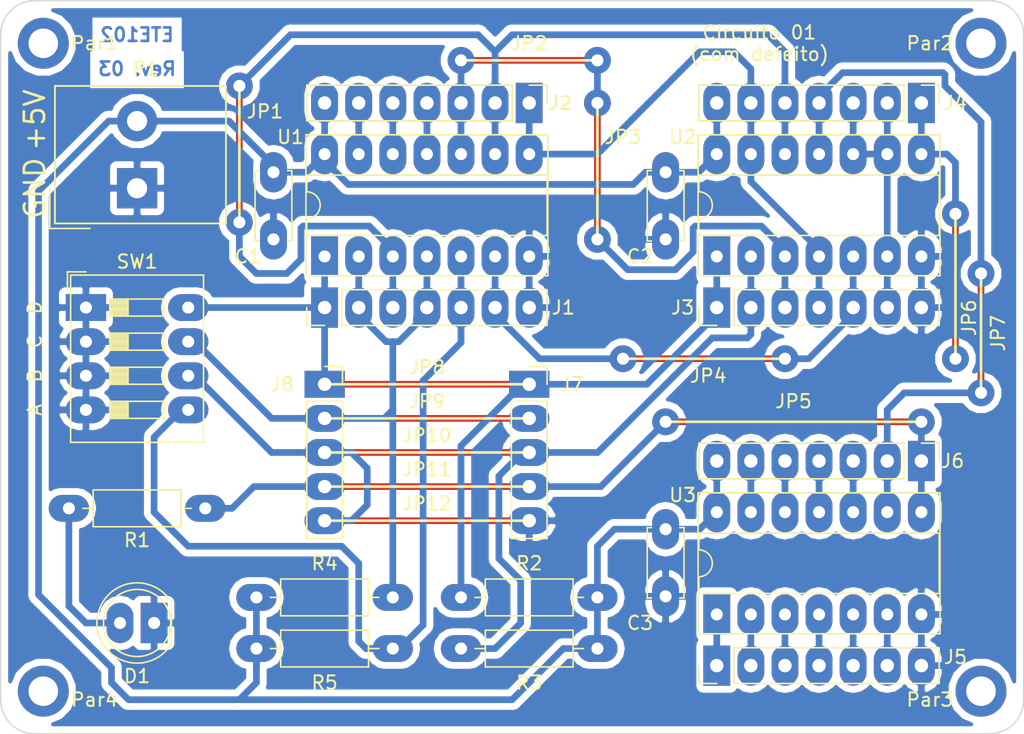
<source format=kicad_pcb>
(kicad_pcb (version 20171130) (host pcbnew "(5.0.2)-1")

  (general
    (thickness 1.6)
    (drawings 56)
    (tracks 227)
    (zones 0)
    (modules 26)
    (nets 29)
  )

  (page A4)
  (title_block
    (title "Circuito 01")
    (date 2019-04-26)
    (rev 02)
    (company "ETE102 - Fundamentos de Circuitos Digitais")
  )

  (layers
    (0 F.Cu jumper)
    (31 B.Cu signal)
    (33 F.Adhes user)
    (35 F.Paste user)
    (37 F.SilkS user)
    (38 B.Mask user)
    (39 F.Mask user)
    (40 Dwgs.User user)
    (41 Cmts.User user)
    (42 Eco1.User user)
    (43 Eco2.User user)
    (44 Edge.Cuts user)
    (45 Margin user)
    (46 B.CrtYd user)
    (47 F.CrtYd user)
    (49 F.Fab user hide)
  )

  (setup
    (last_trace_width 0.5)
    (user_trace_width 0.5)
    (user_trace_width 0.75)
    (user_trace_width 1)
    (trace_clearance 0.508)
    (zone_clearance 0.508)
    (zone_45_only no)
    (trace_min 0.5)
    (segment_width 0.2)
    (edge_width 0.1)
    (via_size 2)
    (via_drill 0.9)
    (via_min_size 0.6)
    (via_min_drill 0.4)
    (uvia_size 0.6)
    (uvia_drill 0.4)
    (uvias_allowed no)
    (uvia_min_size 0.2)
    (uvia_min_drill 0.1)
    (pcb_text_width 0.15)
    (pcb_text_size 1 1)
    (mod_edge_width 0.15)
    (mod_text_size 1 1)
    (mod_text_width 0.15)
    (pad_size 3 2)
    (pad_drill 1)
    (pad_to_mask_clearance 0)
    (solder_mask_min_width 0.25)
    (aux_axis_origin 0 0)
    (visible_elements 7FFFFFFF)
    (pcbplotparams
      (layerselection 0x01060_fffffffe)
      (usegerberextensions false)
      (usegerberattributes false)
      (usegerberadvancedattributes false)
      (creategerberjobfile false)
      (excludeedgelayer true)
      (linewidth 0.100000)
      (plotframeref false)
      (viasonmask false)
      (mode 1)
      (useauxorigin false)
      (hpglpennumber 1)
      (hpglpenspeed 20)
      (hpglpendiameter 15.000000)
      (psnegative false)
      (psa4output false)
      (plotreference true)
      (plotvalue false)
      (plotinvisibletext false)
      (padsonsilk false)
      (subtractmaskfromsilk false)
      (outputformat 1)
      (mirror false)
      (drillshape 0)
      (scaleselection 1)
      (outputdirectory "gerber-com-defeito-0.5mm/"))
  )

  (net 0 "")
  (net 1 GND)
  (net 2 "Net-(D1-Pad2)")
  (net 3 VCC)
  (net 4 /U1-01)
  (net 5 /U1-08)
  (net 6 /U2-08)
  (net 7 /U3-06)
  (net 8 /U3-05)
  (net 9 /U3-04)
  (net 10 /U3-03)
  (net 11 /U2-11)
  (net 12 /U3-10)
  (net 13 /U3-11)
  (net 14 /U3-12)
  (net 15 /U3-13)
  (net 16 /U1-02)
  (net 17 /U2-02)
  (net 18 /U1-05)
  (net 19 /U1-03)
  (net 20 /U1-10)
  (net 21 /U1-11)
  (net 22 /U1-12)
  (net 23 /U1-06)
  (net 24 /U1-13)
  (net 25 /U2-06)
  (net 26 /U3-02)
  (net 27 /U3-01)
  (net 28 /U3-08)

  (net_class Default "Esta é a classe de net default."
    (clearance 0.508)
    (trace_width 0.5)
    (via_dia 2)
    (via_drill 0.9)
    (uvia_dia 0.6)
    (uvia_drill 0.4)
    (diff_pair_gap 0.25)
    (diff_pair_width 0.5)
    (add_net /U1-01)
    (add_net /U1-02)
    (add_net /U1-03)
    (add_net /U1-05)
    (add_net /U1-06)
    (add_net /U1-08)
    (add_net /U1-10)
    (add_net /U1-11)
    (add_net /U1-12)
    (add_net /U1-13)
    (add_net /U2-02)
    (add_net /U2-06)
    (add_net /U2-08)
    (add_net /U2-11)
    (add_net /U3-01)
    (add_net /U3-02)
    (add_net /U3-03)
    (add_net /U3-04)
    (add_net /U3-05)
    (add_net /U3-06)
    (add_net /U3-08)
    (add_net /U3-10)
    (add_net /U3-11)
    (add_net /U3-12)
    (add_net /U3-13)
    (add_net GND)
    (add_net "Net-(D1-Pad2)")
  )

  (net_class Alimentacao ""
    (clearance 0.508)
    (trace_width 0.5)
    (via_dia 2)
    (via_drill 0.9)
    (uvia_dia 0.6)
    (uvia_drill 0.4)
    (diff_pair_gap 0.25)
    (diff_pair_width 0.5)
    (add_net VCC)
  )

  (module MountingHole:MountingHole_2.2mm_M2_ISO14580_Pad (layer F.Cu) (tedit 5CC38D2A) (tstamp 5CDCE2E5)
    (at 111.125 73.025)
    (descr "Mounting Hole 2.2mm, M2, ISO14580")
    (tags "mounting hole 2.2mm m2 iso14580")
    (attr virtual)
    (fp_text reference Par1 (at 3.81 0) (layer F.SilkS)
      (effects (font (size 1 1) (thickness 0.15)))
    )
    (fp_text value MountingHole_2.2mm_M2_ISO14580_Pad (at 0 2.9) (layer F.Fab) hide
      (effects (font (size 1 1) (thickness 0.15)))
    )
    (fp_text user %R (at 3.81 0 180) (layer F.Fab)
      (effects (font (size 1 1) (thickness 0.15)))
    )
    (fp_circle (center 0 0) (end 1.9 0) (layer Cmts.User) (width 0.15))
    (fp_circle (center 0 0) (end 2.15 0) (layer F.CrtYd) (width 0.05))
    (pad 1 thru_hole circle (at 0 0) (size 3.8 3.8) (drill 2.2) (layers *.Cu *.Mask))
  )

  (module MountingHole:MountingHole_2.2mm_M2_ISO14580_Pad (layer F.Cu) (tedit 5CC38D91) (tstamp 5CDCE2D7)
    (at 111.125 121.285)
    (descr "Mounting Hole 2.2mm, M2, ISO14580")
    (tags "mounting hole 2.2mm m2 iso14580")
    (attr virtual)
    (fp_text reference Par4 (at 3.81 0.635) (layer F.SilkS)
      (effects (font (size 1 1) (thickness 0.15)))
    )
    (fp_text value MountingHole_2.2mm_M2_ISO14580_Pad (at 0 2.9) (layer F.Fab) hide
      (effects (font (size 1 1) (thickness 0.15)))
    )
    (fp_circle (center 0 0) (end 2.15 0) (layer F.CrtYd) (width 0.05))
    (fp_circle (center 0 0) (end 1.9 0) (layer Cmts.User) (width 0.15))
    (fp_text user %R (at 3.81 0) (layer F.Fab)
      (effects (font (size 1 1) (thickness 0.15)))
    )
    (pad 1 thru_hole circle (at 0 0) (size 3.8 3.8) (drill 2.2) (layers *.Cu *.Mask))
  )

  (module MountingHole:MountingHole_2.2mm_M2_ISO14580_Pad (layer F.Cu) (tedit 5CC38D75) (tstamp 5CDCE2C9)
    (at 180.975 121.285)
    (descr "Mounting Hole 2.2mm, M2, ISO14580")
    (tags "mounting hole 2.2mm m2 iso14580")
    (attr virtual)
    (fp_text reference Par3 (at -3.81 0.635) (layer F.SilkS)
      (effects (font (size 1 1) (thickness 0.15)))
    )
    (fp_text value MountingHole_2.2mm_M2_ISO14580_Pad (at 0 2.9) (layer F.Fab) hide
      (effects (font (size 1 1) (thickness 0.15)))
    )
    (fp_text user %R (at -3.81 0.635) (layer F.Fab)
      (effects (font (size 1 1) (thickness 0.15)))
    )
    (fp_circle (center 0 0) (end 1.9 0) (layer Cmts.User) (width 0.15))
    (fp_circle (center 0 0) (end 2.15 0) (layer F.CrtYd) (width 0.05))
    (pad 1 thru_hole circle (at 0 0) (size 3.8 3.8) (drill 2.2) (layers *.Cu *.Mask))
  )

  (module LED_THT:LED_D5.0mm (layer F.Cu) (tedit 5CC39212) (tstamp 5CDA16AB)
    (at 119.38 116.205 180)
    (descr "LED, diameter 5.0mm, 2 pins, http://cdn-reichelt.de/documents/datenblatt/A500/LL-504BC2E-009.pdf")
    (tags "LED diameter 5.0mm 2 pins")
    (path /5B295E8B)
    (fp_text reference D1 (at 1.27 -3.96 180) (layer F.SilkS)
      (effects (font (size 1 1) (thickness 0.15)))
    )
    (fp_text value LED_ALT (at 1.27 3.96 180) (layer F.Fab)
      (effects (font (size 1 1) (thickness 0.15)))
    )
    (fp_arc (start 1.27 0) (end -1.23 -1.469694) (angle 299.1) (layer F.Fab) (width 0.1))
    (fp_arc (start 1.27 0) (end -1.29 -1.54483) (angle 148.9) (layer F.SilkS) (width 0.12))
    (fp_arc (start 1.27 0) (end -1.29 1.54483) (angle -148.9) (layer F.SilkS) (width 0.12))
    (fp_circle (center 1.27 0) (end 3.77 0) (layer F.Fab) (width 0.1))
    (fp_circle (center 1.27 0) (end 3.77 0) (layer F.SilkS) (width 0.12))
    (fp_line (start -1.23 -1.469694) (end -1.23 1.469694) (layer F.Fab) (width 0.1))
    (fp_line (start -1.29 -1.545) (end -1.29 1.545) (layer F.SilkS) (width 0.12))
    (fp_line (start -1.95 -3.25) (end -1.95 3.25) (layer F.CrtYd) (width 0.05))
    (fp_line (start -1.95 3.25) (end 4.5 3.25) (layer F.CrtYd) (width 0.05))
    (fp_line (start 4.5 3.25) (end 4.5 -3.25) (layer F.CrtYd) (width 0.05))
    (fp_line (start 4.5 -3.25) (end -1.95 -3.25) (layer F.CrtYd) (width 0.05))
    (fp_text user %R (at 1.25 -3.81 180) (layer F.Fab)
      (effects (font (size 0.8 0.8) (thickness 0.2)))
    )
    (pad 1 thru_hole rect (at 0 0 180) (size 2 3) (drill 0.9) (layers *.Cu *.Mask)
      (net 1 GND))
    (pad 2 thru_hole oval (at 2.54 0 180) (size 2 3) (drill 0.9) (layers *.Cu *.Mask)
      (net 2 "Net-(D1-Pad2)"))
    (model ${KISYS3DMOD}/LED_THT.3dshapes/LED_D5.0mm.wrl
      (at (xyz 0 0 0))
      (scale (xyz 1 1 1))
      (rotate (xyz 0 0 0))
    )
  )

  (module Connector_PinSocket_2.54mm:PinSocket_1x05_P2.54mm_Vertical (layer F.Cu) (tedit 5CC23B21) (tstamp 5CDB77B7)
    (at 132.08 98.425)
    (descr "Through hole straight socket strip, 1x05, 2.54mm pitch, single row (from Kicad 4.0.7), script generated")
    (tags "Through hole socket strip THT 1x05 2.54mm single row")
    (path /5CC8A34A)
    (fp_text reference J8 (at -3.175 0) (layer F.SilkS)
      (effects (font (size 1 1) (thickness 0.15)))
    )
    (fp_text value Conn_01x05 (at -2.54 5.08 90) (layer F.Fab)
      (effects (font (size 1 1) (thickness 0.15)))
    )
    (fp_text user %R (at 0 -1.905 180) (layer F.Fab)
      (effects (font (size 1 1) (thickness 0.15)))
    )
    (fp_line (start -1.8 11.9) (end -1.8 -1.8) (layer F.CrtYd) (width 0.05))
    (fp_line (start 1.75 11.9) (end -1.8 11.9) (layer F.CrtYd) (width 0.05))
    (fp_line (start 1.75 -1.8) (end 1.75 11.9) (layer F.CrtYd) (width 0.05))
    (fp_line (start -1.8 -1.8) (end 1.75 -1.8) (layer F.CrtYd) (width 0.05))
    (fp_line (start 0 -1.33) (end 1.33 -1.33) (layer F.SilkS) (width 0.12))
    (fp_line (start 1.33 -1.33) (end 1.33 0) (layer F.SilkS) (width 0.12))
    (fp_line (start 1.33 1.27) (end 1.33 11.49) (layer F.SilkS) (width 0.12))
    (fp_line (start -1.33 11.49) (end 1.33 11.49) (layer F.SilkS) (width 0.12))
    (fp_line (start -1.33 1.27) (end -1.33 11.49) (layer F.SilkS) (width 0.12))
    (fp_line (start -1.33 1.27) (end 1.33 1.27) (layer F.SilkS) (width 0.12))
    (fp_line (start -1.27 11.43) (end -1.27 -1.27) (layer F.Fab) (width 0.1))
    (fp_line (start 1.27 11.43) (end -1.27 11.43) (layer F.Fab) (width 0.1))
    (fp_line (start 1.27 -0.635) (end 1.27 11.43) (layer F.Fab) (width 0.1))
    (fp_line (start 0.635 -1.27) (end 1.27 -0.635) (layer F.Fab) (width 0.1))
    (fp_line (start -1.27 -1.27) (end 0.635 -1.27) (layer F.Fab) (width 0.1))
    (pad 5 thru_hole oval (at 0 10.16) (size 3 2) (drill 1) (layers *.Cu *.Mask)
      (net 17 /U2-02))
    (pad 4 thru_hole oval (at 0 7.62) (size 3 2) (drill 1) (layers *.Cu *.Mask)
      (net 28 /U3-08))
    (pad 3 thru_hole oval (at 0 5.08) (size 3 2) (drill 1) (layers *.Cu *.Mask)
      (net 17 /U2-02))
    (pad 2 thru_hole oval (at 0 2.54) (size 3 2) (drill 1) (layers *.Cu *.Mask)
      (net 16 /U1-02))
    (pad 1 thru_hole rect (at 0 0) (size 3 2) (drill 1) (layers *.Cu *.Mask)
      (net 4 /U1-01))
    (model ${KISYS3DMOD}/Connector_PinSocket_2.54mm.3dshapes/PinSocket_1x05_P2.54mm_Vertical.wrl
      (at (xyz 0 0 0))
      (scale (xyz 1 1 1))
      (rotate (xyz 0 0 0))
    )
  )

  (module Connector_PinSocket_2.54mm:PinSocket_1x05_P2.54mm_Vertical (layer F.Cu) (tedit 5A19A420) (tstamp 5CDC302C)
    (at 147.32 98.425)
    (descr "Through hole straight socket strip, 1x05, 2.54mm pitch, single row (from Kicad 4.0.7), script generated")
    (tags "Through hole socket strip THT 1x05 2.54mm single row")
    (path /5CC5816F)
    (fp_text reference J7 (at 3.175 0) (layer F.SilkS)
      (effects (font (size 1 1) (thickness 0.15)))
    )
    (fp_text value Conn_01x05 (at 2.54 5.08 90) (layer F.Fab)
      (effects (font (size 1 1) (thickness 0.15)))
    )
    (fp_text user %R (at 0 -1.905 180) (layer F.Fab)
      (effects (font (size 1 1) (thickness 0.15)))
    )
    (fp_line (start -1.8 11.9) (end -1.8 -1.8) (layer F.CrtYd) (width 0.05))
    (fp_line (start 1.75 11.9) (end -1.8 11.9) (layer F.CrtYd) (width 0.05))
    (fp_line (start 1.75 -1.8) (end 1.75 11.9) (layer F.CrtYd) (width 0.05))
    (fp_line (start -1.8 -1.8) (end 1.75 -1.8) (layer F.CrtYd) (width 0.05))
    (fp_line (start 0 -1.33) (end 1.33 -1.33) (layer F.SilkS) (width 0.12))
    (fp_line (start 1.33 -1.33) (end 1.33 0) (layer F.SilkS) (width 0.12))
    (fp_line (start 1.33 1.27) (end 1.33 11.49) (layer F.SilkS) (width 0.12))
    (fp_line (start -1.33 11.49) (end 1.33 11.49) (layer F.SilkS) (width 0.12))
    (fp_line (start -1.33 1.27) (end -1.33 11.49) (layer F.SilkS) (width 0.12))
    (fp_line (start -1.33 1.27) (end 1.33 1.27) (layer F.SilkS) (width 0.12))
    (fp_line (start -1.27 11.43) (end -1.27 -1.27) (layer F.Fab) (width 0.1))
    (fp_line (start 1.27 11.43) (end -1.27 11.43) (layer F.Fab) (width 0.1))
    (fp_line (start 1.27 -0.635) (end 1.27 11.43) (layer F.Fab) (width 0.1))
    (fp_line (start 0.635 -1.27) (end 1.27 -0.635) (layer F.Fab) (width 0.1))
    (fp_line (start -1.27 -1.27) (end 0.635 -1.27) (layer F.Fab) (width 0.1))
    (pad 5 thru_hole oval (at 0 10.16) (size 3 2) (drill 1) (layers *.Cu *.Mask)
      (net 1 GND))
    (pad 4 thru_hole oval (at 0 7.62) (size 3 2) (drill 1) (layers *.Cu *.Mask)
      (net 28 /U3-08))
    (pad 3 thru_hole oval (at 0 5.08) (size 3 2) (drill 1) (layers *.Cu *.Mask)
      (net 17 /U2-02))
    (pad 2 thru_hole oval (at 0 2.54) (size 3 2) (drill 1) (layers *.Cu *.Mask)
      (net 16 /U1-02))
    (pad 1 thru_hole rect (at 0 0) (size 3 2) (drill 1) (layers *.Cu *.Mask)
      (net 4 /U1-01))
    (model ${KISYS3DMOD}/Connector_PinSocket_2.54mm.3dshapes/PinSocket_1x05_P2.54mm_Vertical.wrl
      (at (xyz 0 0 0))
      (scale (xyz 1 1 1))
      (rotate (xyz 0 0 0))
    )
  )

  (module Capacitor_THT:C_Disc_D5.0mm_W2.5mm_P5.00mm (layer F.Cu) (tedit 5AE50EF0) (tstamp 5CCB99FA)
    (at 157.48 82.63 270)
    (descr "C, Disc series, Radial, pin pitch=5.00mm, , diameter*width=5*2.5mm^2, Capacitor, http://cdn-reichelt.de/documents/datenblatt/B300/DS_KERKO_TC.pdf")
    (tags "C Disc series Radial pin pitch 5.00mm  diameter 5mm width 2.5mm Capacitor")
    (path /5CC2315F)
    (fp_text reference C2 (at 6.27 1.905) (layer F.SilkS)
      (effects (font (size 1 1) (thickness 0.15)))
    )
    (fp_text value 10nF (at 2.5 2.5 270) (layer F.Fab)
      (effects (font (size 1 1) (thickness 0.15)))
    )
    (fp_text user %R (at 2.5 0 270) (layer F.Fab)
      (effects (font (size 1 1) (thickness 0.15)))
    )
    (fp_line (start 6.05 -1.5) (end -1.05 -1.5) (layer F.CrtYd) (width 0.05))
    (fp_line (start 6.05 1.5) (end 6.05 -1.5) (layer F.CrtYd) (width 0.05))
    (fp_line (start -1.05 1.5) (end 6.05 1.5) (layer F.CrtYd) (width 0.05))
    (fp_line (start -1.05 -1.5) (end -1.05 1.5) (layer F.CrtYd) (width 0.05))
    (fp_line (start 5.12 1.055) (end 5.12 1.37) (layer F.SilkS) (width 0.12))
    (fp_line (start 5.12 -1.37) (end 5.12 -1.055) (layer F.SilkS) (width 0.12))
    (fp_line (start -0.12 1.055) (end -0.12 1.37) (layer F.SilkS) (width 0.12))
    (fp_line (start -0.12 -1.37) (end -0.12 -1.055) (layer F.SilkS) (width 0.12))
    (fp_line (start -0.12 1.37) (end 5.12 1.37) (layer F.SilkS) (width 0.12))
    (fp_line (start -0.12 -1.37) (end 5.12 -1.37) (layer F.SilkS) (width 0.12))
    (fp_line (start 5 -1.25) (end 0 -1.25) (layer F.Fab) (width 0.1))
    (fp_line (start 5 1.25) (end 5 -1.25) (layer F.Fab) (width 0.1))
    (fp_line (start 0 1.25) (end 5 1.25) (layer F.Fab) (width 0.1))
    (fp_line (start 0 -1.25) (end 0 1.25) (layer F.Fab) (width 0.1))
    (pad 2 thru_hole oval (at 5 0 270) (size 3 2) (drill 0.9) (layers *.Cu *.Mask)
      (net 1 GND))
    (pad 1 thru_hole oval (at 0 0 270) (size 3 2) (drill 0.9) (layers *.Cu *.Mask)
      (net 3 VCC))
    (model ${KISYS3DMOD}/Capacitor_THT.3dshapes/C_Disc_D5.0mm_W2.5mm_P5.00mm.wrl
      (at (xyz 0 0 0))
      (scale (xyz 1 1 1))
      (rotate (xyz 0 0 0))
    )
  )

  (module Connector_PinHeader_2.54mm:PinHeader_1x07_P2.54mm_Vertical (layer F.Cu) (tedit 5CBE561D) (tstamp 5CDB7613)
    (at 132.08 92.71 90)
    (descr "Through hole straight pin header, 1x07, 2.54mm pitch, single row")
    (tags "Through hole pin header THT 1x07 2.54mm single row")
    (path /5CB8B7AC)
    (fp_text reference J1 (at 0 17.78) (layer F.SilkS)
      (effects (font (size 1 1) (thickness 0.15)))
    )
    (fp_text value Conn_01x07_Male (at -2.54 7.62 180) (layer F.Fab)
      (effects (font (size 1 1) (thickness 0.15)))
    )
    (fp_text user %R (at 0 17.78 180) (layer F.Fab)
      (effects (font (size 1 1) (thickness 0.15)))
    )
    (fp_line (start 1.8 -1.8) (end -1.8 -1.8) (layer F.CrtYd) (width 0.05))
    (fp_line (start 1.8 17.05) (end 1.8 -1.8) (layer F.CrtYd) (width 0.05))
    (fp_line (start -1.8 17.05) (end 1.8 17.05) (layer F.CrtYd) (width 0.05))
    (fp_line (start -1.8 -1.8) (end -1.8 17.05) (layer F.CrtYd) (width 0.05))
    (fp_line (start -1.33 -1.33) (end 0 -1.33) (layer F.SilkS) (width 0.12))
    (fp_line (start -1.33 0) (end -1.33 -1.33) (layer F.SilkS) (width 0.12))
    (fp_line (start -1.33 1.27) (end 1.33 1.27) (layer F.SilkS) (width 0.12))
    (fp_line (start 1.33 1.27) (end 1.33 16.57) (layer F.SilkS) (width 0.12))
    (fp_line (start -1.33 1.27) (end -1.33 16.57) (layer F.SilkS) (width 0.12))
    (fp_line (start -1.33 16.57) (end 1.33 16.57) (layer F.SilkS) (width 0.12))
    (fp_line (start -1.27 -0.635) (end -0.635 -1.27) (layer F.Fab) (width 0.1))
    (fp_line (start -1.27 16.51) (end -1.27 -0.635) (layer F.Fab) (width 0.1))
    (fp_line (start 1.27 16.51) (end -1.27 16.51) (layer F.Fab) (width 0.1))
    (fp_line (start 1.27 -1.27) (end 1.27 16.51) (layer F.Fab) (width 0.1))
    (fp_line (start -0.635 -1.27) (end 1.27 -1.27) (layer F.Fab) (width 0.1))
    (pad 7 thru_hole oval (at 0 15.24 90) (size 3 2) (drill 1) (layers *.Cu *.Mask)
      (net 1 GND))
    (pad 6 thru_hole oval (at 0 12.7 90) (size 3 2) (drill 1) (layers *.Cu *.Mask)
      (net 23 /U1-06))
    (pad 5 thru_hole oval (at 0 10.16 90) (size 3 2) (drill 1) (layers *.Cu *.Mask)
      (net 18 /U1-05))
    (pad 4 thru_hole oval (at 0 7.62 90) (size 3 2) (drill 1) (layers *.Cu *.Mask)
      (net 16 /U1-02))
    (pad 3 thru_hole oval (at 0 5.08 90) (size 3 2) (drill 1) (layers *.Cu *.Mask)
      (net 19 /U1-03))
    (pad 2 thru_hole oval (at 0 2.54 90) (size 3 2) (drill 1) (layers *.Cu *.Mask)
      (net 16 /U1-02))
    (pad 1 thru_hole rect (at 0 0 90) (size 3 2) (drill 1) (layers *.Cu *.Mask)
      (net 4 /U1-01))
    (model ${KISYS3DMOD}/Connector_PinHeader_2.54mm.3dshapes/PinHeader_1x07_P2.54mm_Vertical.wrl
      (at (xyz 0 0 0))
      (scale (xyz 1 1 1))
      (rotate (xyz 0 0 0))
    )
  )

  (module Connector_PinHeader_2.54mm:PinHeader_1x07_P2.54mm_Vertical (layer F.Cu) (tedit 59FED5CC) (tstamp 5CDB24BF)
    (at 147.32 77.47 270)
    (descr "Through hole straight pin header, 1x07, 2.54mm pitch, single row")
    (tags "Through hole pin header THT 1x07 2.54mm single row")
    (path /5CBA7D2F)
    (fp_text reference J2 (at 0 -2.33) (layer F.SilkS)
      (effects (font (size 1 1) (thickness 0.15)))
    )
    (fp_text value Conn_01x07_Male (at -2.54 12.7) (layer F.Fab)
      (effects (font (size 1 1) (thickness 0.15)))
    )
    (fp_line (start -0.635 -1.27) (end 1.27 -1.27) (layer F.Fab) (width 0.1))
    (fp_line (start 1.27 -1.27) (end 1.27 16.51) (layer F.Fab) (width 0.1))
    (fp_line (start 1.27 16.51) (end -1.27 16.51) (layer F.Fab) (width 0.1))
    (fp_line (start -1.27 16.51) (end -1.27 -0.635) (layer F.Fab) (width 0.1))
    (fp_line (start -1.27 -0.635) (end -0.635 -1.27) (layer F.Fab) (width 0.1))
    (fp_line (start -1.33 16.57) (end 1.33 16.57) (layer F.SilkS) (width 0.12))
    (fp_line (start -1.33 1.27) (end -1.33 16.57) (layer F.SilkS) (width 0.12))
    (fp_line (start 1.33 1.27) (end 1.33 16.57) (layer F.SilkS) (width 0.12))
    (fp_line (start -1.33 1.27) (end 1.33 1.27) (layer F.SilkS) (width 0.12))
    (fp_line (start -1.33 0) (end -1.33 -1.33) (layer F.SilkS) (width 0.12))
    (fp_line (start -1.33 -1.33) (end 0 -1.33) (layer F.SilkS) (width 0.12))
    (fp_line (start -1.8 -1.8) (end -1.8 17.05) (layer F.CrtYd) (width 0.05))
    (fp_line (start -1.8 17.05) (end 1.8 17.05) (layer F.CrtYd) (width 0.05))
    (fp_line (start 1.8 17.05) (end 1.8 -1.8) (layer F.CrtYd) (width 0.05))
    (fp_line (start 1.8 -1.8) (end -1.8 -1.8) (layer F.CrtYd) (width 0.05))
    (fp_text user %R (at 0 -2.54) (layer F.Fab)
      (effects (font (size 1 1) (thickness 0.15)))
    )
    (pad 1 thru_hole rect (at 0 0 270) (size 3 2) (drill 1) (layers *.Cu *.Mask)
      (net 5 /U1-08))
    (pad 2 thru_hole oval (at 0 2.54 270) (size 3 2) (drill 1) (layers *.Cu *.Mask)
      (net 19 /U1-03))
    (pad 3 thru_hole oval (at 0 5.08 270) (size 3 2) (drill 1) (layers *.Cu *.Mask)
      (net 20 /U1-10))
    (pad 4 thru_hole oval (at 0 7.62 270) (size 3 2) (drill 1) (layers *.Cu *.Mask)
      (net 21 /U1-11))
    (pad 5 thru_hole oval (at 0 10.16 270) (size 3 2) (drill 1) (layers *.Cu *.Mask)
      (net 22 /U1-12))
    (pad 6 thru_hole oval (at 0 12.7 270) (size 3 2) (drill 1) (layers *.Cu *.Mask)
      (net 24 /U1-13))
    (pad 7 thru_hole oval (at 0 15.24 270) (size 3 2) (drill 1) (layers *.Cu *.Mask)
      (net 3 VCC))
    (model ${KISYS3DMOD}/Connector_PinHeader_2.54mm.3dshapes/PinHeader_1x07_P2.54mm_Vertical.wrl
      (at (xyz 0 0 0))
      (scale (xyz 1 1 1))
      (rotate (xyz 0 0 0))
    )
  )

  (module Connector_PinHeader_2.54mm:PinHeader_1x07_P2.54mm_Vertical (layer F.Cu) (tedit 59FED5CC) (tstamp 5CCB8C1C)
    (at 161.29 92.71 90)
    (descr "Through hole straight pin header, 1x07, 2.54mm pitch, single row")
    (tags "Through hole pin header THT 1x07 2.54mm single row")
    (path /5CBAAE34)
    (fp_text reference J3 (at 0 -2.54 180) (layer F.SilkS)
      (effects (font (size 1 1) (thickness 0.15)))
    )
    (fp_text value Conn_01x07_Male (at -2.54 1.905 180) (layer F.Fab)
      (effects (font (size 1 1) (thickness 0.15)))
    )
    (fp_text user %R (at 0 17.78 180) (layer F.Fab)
      (effects (font (size 1 1) (thickness 0.15)))
    )
    (fp_line (start 1.8 -1.8) (end -1.8 -1.8) (layer F.CrtYd) (width 0.05))
    (fp_line (start 1.8 17.05) (end 1.8 -1.8) (layer F.CrtYd) (width 0.05))
    (fp_line (start -1.8 17.05) (end 1.8 17.05) (layer F.CrtYd) (width 0.05))
    (fp_line (start -1.8 -1.8) (end -1.8 17.05) (layer F.CrtYd) (width 0.05))
    (fp_line (start -1.33 -1.33) (end 0 -1.33) (layer F.SilkS) (width 0.12))
    (fp_line (start -1.33 0) (end -1.33 -1.33) (layer F.SilkS) (width 0.12))
    (fp_line (start -1.33 1.27) (end 1.33 1.27) (layer F.SilkS) (width 0.12))
    (fp_line (start 1.33 1.27) (end 1.33 16.57) (layer F.SilkS) (width 0.12))
    (fp_line (start -1.33 1.27) (end -1.33 16.57) (layer F.SilkS) (width 0.12))
    (fp_line (start -1.33 16.57) (end 1.33 16.57) (layer F.SilkS) (width 0.12))
    (fp_line (start -1.27 -0.635) (end -0.635 -1.27) (layer F.Fab) (width 0.1))
    (fp_line (start -1.27 16.51) (end -1.27 -0.635) (layer F.Fab) (width 0.1))
    (fp_line (start 1.27 16.51) (end -1.27 16.51) (layer F.Fab) (width 0.1))
    (fp_line (start 1.27 -1.27) (end 1.27 16.51) (layer F.Fab) (width 0.1))
    (fp_line (start -0.635 -1.27) (end 1.27 -1.27) (layer F.Fab) (width 0.1))
    (pad 7 thru_hole oval (at 0 15.24 90) (size 3 2) (drill 1) (layers *.Cu *.Mask)
      (net 1 GND))
    (pad 6 thru_hole oval (at 0 12.7 90) (size 3 2) (drill 1) (layers *.Cu *.Mask)
      (net 25 /U2-06))
    (pad 5 thru_hole oval (at 0 10.16 90) (size 3 2) (drill 1) (layers *.Cu *.Mask)
      (net 23 /U1-06))
    (pad 4 thru_hole oval (at 0 7.62 90) (size 3 2) (drill 1) (layers *.Cu *.Mask)
      (net 5 /U1-08))
    (pad 3 thru_hole oval (at 0 5.08 90) (size 3 2) (drill 1) (layers *.Cu *.Mask)
      (net 20 /U1-10))
    (pad 2 thru_hole oval (at 0 2.54 90) (size 3 2) (drill 1) (layers *.Cu *.Mask)
      (net 17 /U2-02))
    (pad 1 thru_hole rect (at 0 0 90) (size 3 2) (drill 1) (layers *.Cu *.Mask)
      (net 4 /U1-01))
    (model ${KISYS3DMOD}/Connector_PinHeader_2.54mm.3dshapes/PinHeader_1x07_P2.54mm_Vertical.wrl
      (at (xyz 0 0 0))
      (scale (xyz 1 1 1))
      (rotate (xyz 0 0 0))
    )
  )

  (module Connector_PinHeader_2.54mm:PinHeader_1x07_P2.54mm_Vertical (layer F.Cu) (tedit 59FED5CC) (tstamp 5CCB8B80)
    (at 176.53 77.47 270)
    (descr "Through hole straight pin header, 1x07, 2.54mm pitch, single row")
    (tags "Through hole pin header THT 1x07 2.54mm single row")
    (path /5CBAAE49)
    (fp_text reference J4 (at 0 -2.54) (layer F.SilkS)
      (effects (font (size 1 1) (thickness 0.15)))
    )
    (fp_text value Conn_01x07_Male (at -2.54 7.62) (layer F.Fab)
      (effects (font (size 1 1) (thickness 0.15)))
    )
    (fp_line (start -0.635 -1.27) (end 1.27 -1.27) (layer F.Fab) (width 0.1))
    (fp_line (start 1.27 -1.27) (end 1.27 16.51) (layer F.Fab) (width 0.1))
    (fp_line (start 1.27 16.51) (end -1.27 16.51) (layer F.Fab) (width 0.1))
    (fp_line (start -1.27 16.51) (end -1.27 -0.635) (layer F.Fab) (width 0.1))
    (fp_line (start -1.27 -0.635) (end -0.635 -1.27) (layer F.Fab) (width 0.1))
    (fp_line (start -1.33 16.57) (end 1.33 16.57) (layer F.SilkS) (width 0.12))
    (fp_line (start -1.33 1.27) (end -1.33 16.57) (layer F.SilkS) (width 0.12))
    (fp_line (start 1.33 1.27) (end 1.33 16.57) (layer F.SilkS) (width 0.12))
    (fp_line (start -1.33 1.27) (end 1.33 1.27) (layer F.SilkS) (width 0.12))
    (fp_line (start -1.33 0) (end -1.33 -1.33) (layer F.SilkS) (width 0.12))
    (fp_line (start -1.33 -1.33) (end 0 -1.33) (layer F.SilkS) (width 0.12))
    (fp_line (start -1.8 -1.8) (end -1.8 17.05) (layer F.CrtYd) (width 0.05))
    (fp_line (start -1.8 17.05) (end 1.8 17.05) (layer F.CrtYd) (width 0.05))
    (fp_line (start 1.8 17.05) (end 1.8 -1.8) (layer F.CrtYd) (width 0.05))
    (fp_line (start 1.8 -1.8) (end -1.8 -1.8) (layer F.CrtYd) (width 0.05))
    (fp_text user %R (at 0 -2.54) (layer F.Fab)
      (effects (font (size 1 1) (thickness 0.15)))
    )
    (pad 1 thru_hole rect (at 0 0 270) (size 3 2) (drill 1) (layers *.Cu *.Mask)
      (net 6 /U2-08))
    (pad 2 thru_hole oval (at 0 2.54 270) (size 3 2) (drill 1) (layers *.Cu *.Mask)
      (net 25 /U2-06))
    (pad 3 thru_hole oval (at 0 5.08 270) (size 3 2) (drill 1) (layers *.Cu *.Mask)
      (net 25 /U2-06))
    (pad 4 thru_hole oval (at 0 7.62 270) (size 3 2) (drill 1) (layers *.Cu *.Mask)
      (net 11 /U2-11))
    (pad 5 thru_hole oval (at 0 10.16 270) (size 3 2) (drill 1) (layers *.Cu *.Mask)
      (net 19 /U1-03))
    (pad 6 thru_hole oval (at 0 12.7 270) (size 3 2) (drill 1) (layers *.Cu *.Mask)
      (net 5 /U1-08))
    (pad 7 thru_hole oval (at 0 15.24 270) (size 3 2) (drill 1) (layers *.Cu *.Mask)
      (net 3 VCC))
    (model ${KISYS3DMOD}/Connector_PinHeader_2.54mm.3dshapes/PinHeader_1x07_P2.54mm_Vertical.wrl
      (at (xyz 0 0 0))
      (scale (xyz 1 1 1))
      (rotate (xyz 0 0 0))
    )
  )

  (module Connector_PinHeader_2.54mm:PinHeader_1x07_P2.54mm_Vertical (layer F.Cu) (tedit 59FED5CC) (tstamp 5CCB9DEC)
    (at 161.29 119.38 90)
    (descr "Through hole straight pin header, 1x07, 2.54mm pitch, single row")
    (tags "Through hole pin header THT 1x07 2.54mm single row")
    (path /5CBAFBBC)
    (fp_text reference J5 (at 0.635 17.78 180) (layer F.SilkS)
      (effects (font (size 1 1) (thickness 0.15)))
    )
    (fp_text value Conn_01x07_Male (at -2.54 5.08 180) (layer F.Fab)
      (effects (font (size 1 1) (thickness 0.15)))
    )
    (fp_text user %R (at 0.635 17.78 180) (layer F.Fab)
      (effects (font (size 1 1) (thickness 0.15)))
    )
    (fp_line (start 1.8 -1.8) (end -1.8 -1.8) (layer F.CrtYd) (width 0.05))
    (fp_line (start 1.8 17.05) (end 1.8 -1.8) (layer F.CrtYd) (width 0.05))
    (fp_line (start -1.8 17.05) (end 1.8 17.05) (layer F.CrtYd) (width 0.05))
    (fp_line (start -1.8 -1.8) (end -1.8 17.05) (layer F.CrtYd) (width 0.05))
    (fp_line (start -1.33 -1.33) (end 0 -1.33) (layer F.SilkS) (width 0.12))
    (fp_line (start -1.33 0) (end -1.33 -1.33) (layer F.SilkS) (width 0.12))
    (fp_line (start -1.33 1.27) (end 1.33 1.27) (layer F.SilkS) (width 0.12))
    (fp_line (start 1.33 1.27) (end 1.33 16.57) (layer F.SilkS) (width 0.12))
    (fp_line (start -1.33 1.27) (end -1.33 16.57) (layer F.SilkS) (width 0.12))
    (fp_line (start -1.33 16.57) (end 1.33 16.57) (layer F.SilkS) (width 0.12))
    (fp_line (start -1.27 -0.635) (end -0.635 -1.27) (layer F.Fab) (width 0.1))
    (fp_line (start -1.27 16.51) (end -1.27 -0.635) (layer F.Fab) (width 0.1))
    (fp_line (start 1.27 16.51) (end -1.27 16.51) (layer F.Fab) (width 0.1))
    (fp_line (start 1.27 -1.27) (end 1.27 16.51) (layer F.Fab) (width 0.1))
    (fp_line (start -0.635 -1.27) (end 1.27 -1.27) (layer F.Fab) (width 0.1))
    (pad 7 thru_hole oval (at 0 15.24 90) (size 3 2) (drill 1) (layers *.Cu *.Mask)
      (net 1 GND))
    (pad 6 thru_hole oval (at 0 12.7 90) (size 3 2) (drill 1) (layers *.Cu *.Mask)
      (net 7 /U3-06))
    (pad 5 thru_hole oval (at 0 10.16 90) (size 3 2) (drill 1) (layers *.Cu *.Mask)
      (net 8 /U3-05))
    (pad 4 thru_hole oval (at 0 7.62 90) (size 3 2) (drill 1) (layers *.Cu *.Mask)
      (net 9 /U3-04))
    (pad 3 thru_hole oval (at 0 5.08 90) (size 3 2) (drill 1) (layers *.Cu *.Mask)
      (net 10 /U3-03))
    (pad 2 thru_hole oval (at 0 2.54 90) (size 3 2) (drill 1) (layers *.Cu *.Mask)
      (net 26 /U3-02))
    (pad 1 thru_hole rect (at 0 0 90) (size 3 2) (drill 1) (layers *.Cu *.Mask)
      (net 27 /U3-01))
    (model ${KISYS3DMOD}/Connector_PinHeader_2.54mm.3dshapes/PinHeader_1x07_P2.54mm_Vertical.wrl
      (at (xyz 0 0 0))
      (scale (xyz 1 1 1))
      (rotate (xyz 0 0 0))
    )
  )

  (module Connector_PinHeader_2.54mm:PinHeader_1x07_P2.54mm_Vertical (layer F.Cu) (tedit 59FED5CC) (tstamp 5CCB882A)
    (at 176.53 104.14 270)
    (descr "Through hole straight pin header, 1x07, 2.54mm pitch, single row")
    (tags "Through hole pin header THT 1x07 2.54mm single row")
    (path /5CBAFBD1)
    (fp_text reference J6 (at 0 -2.33) (layer F.SilkS)
      (effects (font (size 1 1) (thickness 0.15)))
    )
    (fp_text value Conn_01x07_Male (at -1.905 13.335) (layer F.Fab)
      (effects (font (size 1 1) (thickness 0.15)))
    )
    (fp_line (start -0.635 -1.27) (end 1.27 -1.27) (layer F.Fab) (width 0.1))
    (fp_line (start 1.27 -1.27) (end 1.27 16.51) (layer F.Fab) (width 0.1))
    (fp_line (start 1.27 16.51) (end -1.27 16.51) (layer F.Fab) (width 0.1))
    (fp_line (start -1.27 16.51) (end -1.27 -0.635) (layer F.Fab) (width 0.1))
    (fp_line (start -1.27 -0.635) (end -0.635 -1.27) (layer F.Fab) (width 0.1))
    (fp_line (start -1.33 16.57) (end 1.33 16.57) (layer F.SilkS) (width 0.12))
    (fp_line (start -1.33 1.27) (end -1.33 16.57) (layer F.SilkS) (width 0.12))
    (fp_line (start 1.33 1.27) (end 1.33 16.57) (layer F.SilkS) (width 0.12))
    (fp_line (start -1.33 1.27) (end 1.33 1.27) (layer F.SilkS) (width 0.12))
    (fp_line (start -1.33 0) (end -1.33 -1.33) (layer F.SilkS) (width 0.12))
    (fp_line (start -1.33 -1.33) (end 0 -1.33) (layer F.SilkS) (width 0.12))
    (fp_line (start -1.8 -1.8) (end -1.8 17.05) (layer F.CrtYd) (width 0.05))
    (fp_line (start -1.8 17.05) (end 1.8 17.05) (layer F.CrtYd) (width 0.05))
    (fp_line (start 1.8 17.05) (end 1.8 -1.8) (layer F.CrtYd) (width 0.05))
    (fp_line (start 1.8 -1.8) (end -1.8 -1.8) (layer F.CrtYd) (width 0.05))
    (fp_text user %R (at 0 -2.54) (layer F.Fab)
      (effects (font (size 1 1) (thickness 0.15)))
    )
    (pad 1 thru_hole rect (at 0 0 270) (size 3 2) (drill 1) (layers *.Cu *.Mask)
      (net 28 /U3-08))
    (pad 2 thru_hole oval (at 0 2.54 270) (size 3 2) (drill 1) (layers *.Cu *.Mask)
      (net 11 /U2-11))
    (pad 3 thru_hole oval (at 0 5.08 270) (size 3 2) (drill 1) (layers *.Cu *.Mask)
      (net 12 /U3-10))
    (pad 4 thru_hole oval (at 0 7.62 270) (size 3 2) (drill 1) (layers *.Cu *.Mask)
      (net 13 /U3-11))
    (pad 5 thru_hole oval (at 0 10.16 270) (size 3 2) (drill 1) (layers *.Cu *.Mask)
      (net 14 /U3-12))
    (pad 6 thru_hole oval (at 0 12.7 270) (size 3 2) (drill 1) (layers *.Cu *.Mask)
      (net 15 /U3-13))
    (pad 7 thru_hole oval (at 0 15.24 270) (size 3 2) (drill 1) (layers *.Cu *.Mask)
      (net 3 VCC))
    (model ${KISYS3DMOD}/Connector_PinHeader_2.54mm.3dshapes/PinHeader_1x07_P2.54mm_Vertical.wrl
      (at (xyz 0 0 0))
      (scale (xyz 1 1 1))
      (rotate (xyz 0 0 0))
    )
  )

  (module TerminalBlock_Altech:Altech_AK300_1x02_P5.00mm_45-Degree (layer F.Cu) (tedit 5CBE562E) (tstamp 5CCB87DE)
    (at 118.11 83.82 90)
    (descr "Altech AK300 serie terminal block (Script generated with StandardBox.py) (http://www.altechcorp.com/PDFS/PCBMETRC.PDF)")
    (tags "Altech AK300 serie connector")
    (path /5B189AF0)
    (fp_text reference P1 (at 8.89 0.635) (layer F.SilkS)
      (effects (font (size 1 1) (thickness 0.15)))
    )
    (fp_text value CONN_01X02 (at -3.81 0 180) (layer F.Fab)
      (effects (font (size 1 1) (thickness 0.15)))
    )
    (fp_line (start -2 -6) (end 7.5 -6) (layer F.Fab) (width 0.1))
    (fp_line (start 7.5 -6) (end 7.5 6.5) (layer F.Fab) (width 0.1))
    (fp_line (start 7.5 6.5) (end -2.5 6.5) (layer F.Fab) (width 0.1))
    (fp_line (start -2.5 6.5) (end -2.5 -5.5) (layer F.Fab) (width 0.1))
    (fp_line (start -2.5 -5.5) (end -2 -6) (layer F.Fab) (width 0.1))
    (fp_line (start -3 -3.5) (end -3 -6.5) (layer F.SilkS) (width 0.12))
    (fp_line (start -3 -6.5) (end 0 -6.5) (layer F.SilkS) (width 0.12))
    (fp_line (start -2.62 -6.12) (end 7.62 -6.12) (layer F.SilkS) (width 0.12))
    (fp_line (start 7.62 -6.12) (end 7.62 6.62) (layer F.SilkS) (width 0.12))
    (fp_line (start -2.62 6.62) (end 7.62 6.62) (layer F.SilkS) (width 0.12))
    (fp_line (start -2.62 -6.12) (end -2.62 6.62) (layer F.SilkS) (width 0.12))
    (fp_line (start -2.62 -6.12) (end 7.62 -6.12) (layer F.SilkS) (width 0.12))
    (fp_line (start 7.62 -6.12) (end 7.62 6.62) (layer F.SilkS) (width 0.12))
    (fp_line (start -2.62 6.62) (end 7.62 6.62) (layer F.SilkS) (width 0.12))
    (fp_line (start -2.62 -6.12) (end -2.62 6.62) (layer F.SilkS) (width 0.12))
    (fp_line (start -2.75 -6.25) (end 7.75 -6.25) (layer F.CrtYd) (width 0.05))
    (fp_line (start 7.75 -6.25) (end 7.75 6.75) (layer F.CrtYd) (width 0.05))
    (fp_line (start -2.75 6.75) (end 7.75 6.75) (layer F.CrtYd) (width 0.05))
    (fp_line (start -2.75 -6.25) (end -2.75 6.75) (layer F.CrtYd) (width 0.05))
    (fp_text user %R (at 2.5 0.25 180) (layer F.Fab)
      (effects (font (size 1 1) (thickness 0.15)))
    )
    (pad 1 thru_hole rect (at 0 0 90) (size 3 3) (drill 1.5) (layers *.Cu *.Mask)
      (net 1 GND))
    (pad 2 thru_hole circle (at 5 0 90) (size 3 3) (drill 1.5) (layers *.Cu *.Mask)
      (net 3 VCC))
    (model ${KISYS3DMOD}/TerminalBlock_Altech.3dshapes/Altech_AK300_1x02_P5.00mm_45-Degree.wrl
      (at (xyz 0 0 0))
      (scale (xyz 1 1 1))
      (rotate (xyz 0 0 0))
    )
    (model E:/Projetos/sisdig/1.3-laboratorio/projetos/ponta-de-prova-logica/ponta-de-prova-logica-simplificada/connector_terminal_block_02_vias_P5mm.step
      (offset (xyz -2.5 5.25 -3.25))
      (scale (xyz 1 1 1))
      (rotate (xyz -90 0 0))
    )
  )

  (module Resistor_THT:R_Axial_DIN0207_L6.3mm_D2.5mm_P10.16mm_Horizontal (layer F.Cu) (tedit 5AE5139B) (tstamp 5CDCE331)
    (at 123.19 107.665 180)
    (descr "Resistor, Axial_DIN0207 series, Axial, Horizontal, pin pitch=10.16mm, 0.25W = 1/4W, length*diameter=6.3*2.5mm^2, http://cdn-reichelt.de/documents/datenblatt/B400/1_4W%23YAG.pdf")
    (tags "Resistor Axial_DIN0207 series Axial Horizontal pin pitch 10.16mm 0.25W = 1/4W length 6.3mm diameter 2.5mm")
    (path /5B0DF334)
    (fp_text reference R1 (at 5.08 -2.37 180) (layer F.SilkS)
      (effects (font (size 1 1) (thickness 0.15)))
    )
    (fp_text value 270 (at 5.08 -0.285 180) (layer F.Fab)
      (effects (font (size 1 1) (thickness 0.15)))
    )
    (fp_line (start 1.93 -1.25) (end 1.93 1.25) (layer F.Fab) (width 0.1))
    (fp_line (start 1.93 1.25) (end 8.23 1.25) (layer F.Fab) (width 0.1))
    (fp_line (start 8.23 1.25) (end 8.23 -1.25) (layer F.Fab) (width 0.1))
    (fp_line (start 8.23 -1.25) (end 1.93 -1.25) (layer F.Fab) (width 0.1))
    (fp_line (start 0 0) (end 1.93 0) (layer F.Fab) (width 0.1))
    (fp_line (start 10.16 0) (end 8.23 0) (layer F.Fab) (width 0.1))
    (fp_line (start 1.81 -1.37) (end 1.81 1.37) (layer F.SilkS) (width 0.12))
    (fp_line (start 1.81 1.37) (end 8.35 1.37) (layer F.SilkS) (width 0.12))
    (fp_line (start 8.35 1.37) (end 8.35 -1.37) (layer F.SilkS) (width 0.12))
    (fp_line (start 8.35 -1.37) (end 1.81 -1.37) (layer F.SilkS) (width 0.12))
    (fp_line (start 1.04 0) (end 1.81 0) (layer F.SilkS) (width 0.12))
    (fp_line (start 9.12 0) (end 8.35 0) (layer F.SilkS) (width 0.12))
    (fp_line (start -1.05 -1.5) (end -1.05 1.5) (layer F.CrtYd) (width 0.05))
    (fp_line (start -1.05 1.5) (end 11.21 1.5) (layer F.CrtYd) (width 0.05))
    (fp_line (start 11.21 1.5) (end 11.21 -1.5) (layer F.CrtYd) (width 0.05))
    (fp_line (start 11.21 -1.5) (end -1.05 -1.5) (layer F.CrtYd) (width 0.05))
    (fp_text user %R (at 5.08 2.255 180) (layer F.Fab)
      (effects (font (size 1 1) (thickness 0.15)))
    )
    (pad 1 thru_hole oval (at 0 0 180) (size 3 2) (drill 0.9) (layers *.Cu *.Mask)
      (net 28 /U3-08))
    (pad 2 thru_hole oval (at 10.16 0 180) (size 3 2) (drill 0.9) (layers *.Cu *.Mask)
      (net 2 "Net-(D1-Pad2)"))
    (model ${KISYS3DMOD}/Resistor_THT.3dshapes/R_Axial_DIN0207_L6.3mm_D2.5mm_P10.16mm_Horizontal.wrl
      (at (xyz 0 0 0))
      (scale (xyz 1 1 1))
      (rotate (xyz 0 0 0))
    )
  )

  (module Resistor_THT:R_Axial_DIN0207_L6.3mm_D2.5mm_P10.16mm_Horizontal (layer F.Cu) (tedit 5CBE5710) (tstamp 5CDB2479)
    (at 152.4 114.3 180)
    (descr "Resistor, Axial_DIN0207 series, Axial, Horizontal, pin pitch=10.16mm, 0.25W = 1/4W, length*diameter=6.3*2.5mm^2, http://cdn-reichelt.de/documents/datenblatt/B400/1_4W%23YAG.pdf")
    (tags "Resistor Axial_DIN0207 series Axial Horizontal pin pitch 10.16mm 0.25W = 1/4W length 6.3mm diameter 2.5mm")
    (path /5B174684)
    (fp_text reference R2 (at 5.08 2.54 180) (layer F.SilkS)
      (effects (font (size 1 1) (thickness 0.15)))
    )
    (fp_text value 10k (at 5.08 0 180) (layer F.Fab)
      (effects (font (size 1 1) (thickness 0.15)))
    )
    (fp_text user %R (at 5.08 2.54 180) (layer F.Fab)
      (effects (font (size 1 1) (thickness 0.15)))
    )
    (fp_line (start 11.21 -1.5) (end -1.05 -1.5) (layer F.CrtYd) (width 0.05))
    (fp_line (start 11.21 1.5) (end 11.21 -1.5) (layer F.CrtYd) (width 0.05))
    (fp_line (start -1.05 1.5) (end 11.21 1.5) (layer F.CrtYd) (width 0.05))
    (fp_line (start -1.05 -1.5) (end -1.05 1.5) (layer F.CrtYd) (width 0.05))
    (fp_line (start 9.12 0) (end 8.35 0) (layer F.SilkS) (width 0.12))
    (fp_line (start 1.04 0) (end 1.81 0) (layer F.SilkS) (width 0.12))
    (fp_line (start 8.35 -1.37) (end 1.81 -1.37) (layer F.SilkS) (width 0.12))
    (fp_line (start 8.35 1.37) (end 8.35 -1.37) (layer F.SilkS) (width 0.12))
    (fp_line (start 1.81 1.37) (end 8.35 1.37) (layer F.SilkS) (width 0.12))
    (fp_line (start 1.81 -1.37) (end 1.81 1.37) (layer F.SilkS) (width 0.12))
    (fp_line (start 10.16 0) (end 8.23 0) (layer F.Fab) (width 0.1))
    (fp_line (start 0 0) (end 1.93 0) (layer F.Fab) (width 0.1))
    (fp_line (start 8.23 -1.25) (end 1.93 -1.25) (layer F.Fab) (width 0.1))
    (fp_line (start 8.23 1.25) (end 8.23 -1.25) (layer F.Fab) (width 0.1))
    (fp_line (start 1.93 1.25) (end 8.23 1.25) (layer F.Fab) (width 0.1))
    (fp_line (start 1.93 -1.25) (end 1.93 1.25) (layer F.Fab) (width 0.1))
    (pad 2 thru_hole oval (at 10.16 0 180) (size 3 2) (drill 0.9) (layers *.Cu *.Mask)
      (net 4 /U1-01))
    (pad 1 thru_hole oval (at 0 0 180) (size 3 2) (drill 0.9) (layers *.Cu *.Mask)
      (net 3 VCC))
    (model ${KISYS3DMOD}/Resistor_THT.3dshapes/R_Axial_DIN0207_L6.3mm_D2.5mm_P10.16mm_Horizontal.wrl
      (at (xyz 0 0 0))
      (scale (xyz 1 1 1))
      (rotate (xyz 0 0 0))
    )
  )

  (module Resistor_THT:R_Axial_DIN0207_L6.3mm_D2.5mm_P10.16mm_Horizontal (layer F.Cu) (tedit 5CBE5754) (tstamp 5CDB2437)
    (at 152.4 118.11 180)
    (descr "Resistor, Axial_DIN0207 series, Axial, Horizontal, pin pitch=10.16mm, 0.25W = 1/4W, length*diameter=6.3*2.5mm^2, http://cdn-reichelt.de/documents/datenblatt/B400/1_4W%23YAG.pdf")
    (tags "Resistor Axial_DIN0207 series Axial Horizontal pin pitch 10.16mm 0.25W = 1/4W length 6.3mm diameter 2.5mm")
    (path /5B174ABC)
    (fp_text reference R3 (at 5.08 -2.54 180) (layer F.SilkS)
      (effects (font (size 1 1) (thickness 0.15)))
    )
    (fp_text value 10k (at 5.08 0 180) (layer F.Fab)
      (effects (font (size 1 1) (thickness 0.15)))
    )
    (fp_line (start 1.93 -1.25) (end 1.93 1.25) (layer F.Fab) (width 0.1))
    (fp_line (start 1.93 1.25) (end 8.23 1.25) (layer F.Fab) (width 0.1))
    (fp_line (start 8.23 1.25) (end 8.23 -1.25) (layer F.Fab) (width 0.1))
    (fp_line (start 8.23 -1.25) (end 1.93 -1.25) (layer F.Fab) (width 0.1))
    (fp_line (start 0 0) (end 1.93 0) (layer F.Fab) (width 0.1))
    (fp_line (start 10.16 0) (end 8.23 0) (layer F.Fab) (width 0.1))
    (fp_line (start 1.81 -1.37) (end 1.81 1.37) (layer F.SilkS) (width 0.12))
    (fp_line (start 1.81 1.37) (end 8.35 1.37) (layer F.SilkS) (width 0.12))
    (fp_line (start 8.35 1.37) (end 8.35 -1.37) (layer F.SilkS) (width 0.12))
    (fp_line (start 8.35 -1.37) (end 1.81 -1.37) (layer F.SilkS) (width 0.12))
    (fp_line (start 1.04 0) (end 1.81 0) (layer F.SilkS) (width 0.12))
    (fp_line (start 9.12 0) (end 8.35 0) (layer F.SilkS) (width 0.12))
    (fp_line (start -1.05 -1.5) (end -1.05 1.5) (layer F.CrtYd) (width 0.05))
    (fp_line (start -1.05 1.5) (end 11.21 1.5) (layer F.CrtYd) (width 0.05))
    (fp_line (start 11.21 1.5) (end 11.21 -1.5) (layer F.CrtYd) (width 0.05))
    (fp_line (start 11.21 -1.5) (end -1.05 -1.5) (layer F.CrtYd) (width 0.05))
    (fp_text user %R (at 5.08 -2.54 180) (layer F.Fab)
      (effects (font (size 1 1) (thickness 0.15)))
    )
    (pad 1 thru_hole oval (at 0 0 180) (size 3 2) (drill 0.9) (layers *.Cu *.Mask)
      (net 3 VCC))
    (pad 2 thru_hole oval (at 10.16 0 180) (size 3 2) (drill 0.9) (layers *.Cu *.Mask)
      (net 17 /U2-02))
    (model ${KISYS3DMOD}/Resistor_THT.3dshapes/R_Axial_DIN0207_L6.3mm_D2.5mm_P10.16mm_Horizontal.wrl
      (at (xyz 0 0 0))
      (scale (xyz 1 1 1))
      (rotate (xyz 0 0 0))
    )
  )

  (module Resistor_THT:R_Axial_DIN0207_L6.3mm_D2.5mm_P10.16mm_Horizontal (layer F.Cu) (tedit 5CBE573B) (tstamp 5CDB23F5)
    (at 127 114.3)
    (descr "Resistor, Axial_DIN0207 series, Axial, Horizontal, pin pitch=10.16mm, 0.25W = 1/4W, length*diameter=6.3*2.5mm^2, http://cdn-reichelt.de/documents/datenblatt/B400/1_4W%23YAG.pdf")
    (tags "Resistor Axial_DIN0207 series Axial Horizontal pin pitch 10.16mm 0.25W = 1/4W length 6.3mm diameter 2.5mm")
    (path /5B174B13)
    (fp_text reference R4 (at 5.08 -2.54) (layer F.SilkS)
      (effects (font (size 1 1) (thickness 0.15)))
    )
    (fp_text value 10k (at 5.08 0) (layer F.Fab)
      (effects (font (size 1 1) (thickness 0.15)))
    )
    (fp_text user %R (at 5.08 -2.54) (layer F.Fab)
      (effects (font (size 1 1) (thickness 0.15)))
    )
    (fp_line (start 11.21 -1.5) (end -1.05 -1.5) (layer F.CrtYd) (width 0.05))
    (fp_line (start 11.21 1.5) (end 11.21 -1.5) (layer F.CrtYd) (width 0.05))
    (fp_line (start -1.05 1.5) (end 11.21 1.5) (layer F.CrtYd) (width 0.05))
    (fp_line (start -1.05 -1.5) (end -1.05 1.5) (layer F.CrtYd) (width 0.05))
    (fp_line (start 9.12 0) (end 8.35 0) (layer F.SilkS) (width 0.12))
    (fp_line (start 1.04 0) (end 1.81 0) (layer F.SilkS) (width 0.12))
    (fp_line (start 8.35 -1.37) (end 1.81 -1.37) (layer F.SilkS) (width 0.12))
    (fp_line (start 8.35 1.37) (end 8.35 -1.37) (layer F.SilkS) (width 0.12))
    (fp_line (start 1.81 1.37) (end 8.35 1.37) (layer F.SilkS) (width 0.12))
    (fp_line (start 1.81 -1.37) (end 1.81 1.37) (layer F.SilkS) (width 0.12))
    (fp_line (start 10.16 0) (end 8.23 0) (layer F.Fab) (width 0.1))
    (fp_line (start 0 0) (end 1.93 0) (layer F.Fab) (width 0.1))
    (fp_line (start 8.23 -1.25) (end 1.93 -1.25) (layer F.Fab) (width 0.1))
    (fp_line (start 8.23 1.25) (end 8.23 -1.25) (layer F.Fab) (width 0.1))
    (fp_line (start 1.93 1.25) (end 8.23 1.25) (layer F.Fab) (width 0.1))
    (fp_line (start 1.93 -1.25) (end 1.93 1.25) (layer F.Fab) (width 0.1))
    (pad 2 thru_hole oval (at 10.16 0) (size 3 2) (drill 0.9) (layers *.Cu *.Mask)
      (net 16 /U1-02))
    (pad 1 thru_hole oval (at 0 0) (size 3 2) (drill 0.9) (layers *.Cu *.Mask)
      (net 3 VCC))
    (model ${KISYS3DMOD}/Resistor_THT.3dshapes/R_Axial_DIN0207_L6.3mm_D2.5mm_P10.16mm_Horizontal.wrl
      (at (xyz 0 0 0))
      (scale (xyz 1 1 1))
      (rotate (xyz 0 0 0))
    )
  )

  (module Resistor_THT:R_Axial_DIN0207_L6.3mm_D2.5mm_P10.16mm_Horizontal (layer F.Cu) (tedit 5AE5139B) (tstamp 5CDB23B3)
    (at 127 118.11)
    (descr "Resistor, Axial_DIN0207 series, Axial, Horizontal, pin pitch=10.16mm, 0.25W = 1/4W, length*diameter=6.3*2.5mm^2, http://cdn-reichelt.de/documents/datenblatt/B400/1_4W%23YAG.pdf")
    (tags "Resistor Axial_DIN0207 series Axial Horizontal pin pitch 10.16mm 0.25W = 1/4W length 6.3mm diameter 2.5mm")
    (path /5B174B73)
    (fp_text reference R5 (at 5.08 2.54) (layer F.SilkS)
      (effects (font (size 1 1) (thickness 0.15)))
    )
    (fp_text value 10k (at 5.08 0) (layer F.Fab)
      (effects (font (size 1 1) (thickness 0.15)))
    )
    (fp_line (start 1.93 -1.25) (end 1.93 1.25) (layer F.Fab) (width 0.1))
    (fp_line (start 1.93 1.25) (end 8.23 1.25) (layer F.Fab) (width 0.1))
    (fp_line (start 8.23 1.25) (end 8.23 -1.25) (layer F.Fab) (width 0.1))
    (fp_line (start 8.23 -1.25) (end 1.93 -1.25) (layer F.Fab) (width 0.1))
    (fp_line (start 0 0) (end 1.93 0) (layer F.Fab) (width 0.1))
    (fp_line (start 10.16 0) (end 8.23 0) (layer F.Fab) (width 0.1))
    (fp_line (start 1.81 -1.37) (end 1.81 1.37) (layer F.SilkS) (width 0.12))
    (fp_line (start 1.81 1.37) (end 8.35 1.37) (layer F.SilkS) (width 0.12))
    (fp_line (start 8.35 1.37) (end 8.35 -1.37) (layer F.SilkS) (width 0.12))
    (fp_line (start 8.35 -1.37) (end 1.81 -1.37) (layer F.SilkS) (width 0.12))
    (fp_line (start 1.04 0) (end 1.81 0) (layer F.SilkS) (width 0.12))
    (fp_line (start 9.12 0) (end 8.35 0) (layer F.SilkS) (width 0.12))
    (fp_line (start -1.05 -1.5) (end -1.05 1.5) (layer F.CrtYd) (width 0.05))
    (fp_line (start -1.05 1.5) (end 11.21 1.5) (layer F.CrtYd) (width 0.05))
    (fp_line (start 11.21 1.5) (end 11.21 -1.5) (layer F.CrtYd) (width 0.05))
    (fp_line (start 11.21 -1.5) (end -1.05 -1.5) (layer F.CrtYd) (width 0.05))
    (fp_text user %R (at 5.08 2.54) (layer F.Fab)
      (effects (font (size 1 1) (thickness 0.15)))
    )
    (pad 1 thru_hole oval (at 0 0) (size 3 2) (drill 0.9) (layers *.Cu *.Mask)
      (net 3 VCC))
    (pad 2 thru_hole oval (at 10.16 0) (size 3 2) (drill 0.9) (layers *.Cu *.Mask)
      (net 18 /U1-05))
    (model ${KISYS3DMOD}/Resistor_THT.3dshapes/R_Axial_DIN0207_L6.3mm_D2.5mm_P10.16mm_Horizontal.wrl
      (at (xyz 0 0 0))
      (scale (xyz 1 1 1))
      (rotate (xyz 0 0 0))
    )
  )

  (module Button_Switch_THT:SW_DIP_SPSTx04_Slide_9.78x12.34mm_W7.62mm_P2.54mm (layer F.Cu) (tedit 5CBE5670) (tstamp 5CCB8474)
    (at 114.3 92.71)
    (descr "4x-dip-switch SPST , Slide, row spacing 7.62 mm (300 mils), body size 9.78x12.34mm (see e.g. https://www.ctscorp.com/wp-content/uploads/206-208.pdf)")
    (tags "DIP Switch SPST Slide 7.62mm 300mil")
    (path /5B174BFD)
    (fp_text reference SW1 (at 3.81 -3.42) (layer F.SilkS)
      (effects (font (size 1 1) (thickness 0.15)))
    )
    (fp_text value SW_DIP_x04 (at 10.16 3.81 90) (layer F.Fab)
      (effects (font (size 1 1) (thickness 0.15)))
    )
    (fp_line (start -0.08 -2.36) (end 8.7 -2.36) (layer F.Fab) (width 0.1))
    (fp_line (start 8.7 -2.36) (end 8.7 9.98) (layer F.Fab) (width 0.1))
    (fp_line (start 8.7 9.98) (end -1.08 9.98) (layer F.Fab) (width 0.1))
    (fp_line (start -1.08 9.98) (end -1.08 -1.36) (layer F.Fab) (width 0.1))
    (fp_line (start -1.08 -1.36) (end -0.08 -2.36) (layer F.Fab) (width 0.1))
    (fp_line (start 1.78 -0.635) (end 1.78 0.635) (layer F.Fab) (width 0.1))
    (fp_line (start 1.78 0.635) (end 5.84 0.635) (layer F.Fab) (width 0.1))
    (fp_line (start 5.84 0.635) (end 5.84 -0.635) (layer F.Fab) (width 0.1))
    (fp_line (start 5.84 -0.635) (end 1.78 -0.635) (layer F.Fab) (width 0.1))
    (fp_line (start 1.78 -0.535) (end 3.133333 -0.535) (layer F.Fab) (width 0.1))
    (fp_line (start 1.78 -0.435) (end 3.133333 -0.435) (layer F.Fab) (width 0.1))
    (fp_line (start 1.78 -0.335) (end 3.133333 -0.335) (layer F.Fab) (width 0.1))
    (fp_line (start 1.78 -0.235) (end 3.133333 -0.235) (layer F.Fab) (width 0.1))
    (fp_line (start 1.78 -0.135) (end 3.133333 -0.135) (layer F.Fab) (width 0.1))
    (fp_line (start 1.78 -0.035) (end 3.133333 -0.035) (layer F.Fab) (width 0.1))
    (fp_line (start 1.78 0.065) (end 3.133333 0.065) (layer F.Fab) (width 0.1))
    (fp_line (start 1.78 0.165) (end 3.133333 0.165) (layer F.Fab) (width 0.1))
    (fp_line (start 1.78 0.265) (end 3.133333 0.265) (layer F.Fab) (width 0.1))
    (fp_line (start 1.78 0.365) (end 3.133333 0.365) (layer F.Fab) (width 0.1))
    (fp_line (start 1.78 0.465) (end 3.133333 0.465) (layer F.Fab) (width 0.1))
    (fp_line (start 1.78 0.565) (end 3.133333 0.565) (layer F.Fab) (width 0.1))
    (fp_line (start 3.133333 -0.635) (end 3.133333 0.635) (layer F.Fab) (width 0.1))
    (fp_line (start 1.78 1.905) (end 1.78 3.175) (layer F.Fab) (width 0.1))
    (fp_line (start 1.78 3.175) (end 5.84 3.175) (layer F.Fab) (width 0.1))
    (fp_line (start 5.84 3.175) (end 5.84 1.905) (layer F.Fab) (width 0.1))
    (fp_line (start 5.84 1.905) (end 1.78 1.905) (layer F.Fab) (width 0.1))
    (fp_line (start 1.78 2.005) (end 3.133333 2.005) (layer F.Fab) (width 0.1))
    (fp_line (start 1.78 2.105) (end 3.133333 2.105) (layer F.Fab) (width 0.1))
    (fp_line (start 1.78 2.205) (end 3.133333 2.205) (layer F.Fab) (width 0.1))
    (fp_line (start 1.78 2.305) (end 3.133333 2.305) (layer F.Fab) (width 0.1))
    (fp_line (start 1.78 2.405) (end 3.133333 2.405) (layer F.Fab) (width 0.1))
    (fp_line (start 1.78 2.505) (end 3.133333 2.505) (layer F.Fab) (width 0.1))
    (fp_line (start 1.78 2.605) (end 3.133333 2.605) (layer F.Fab) (width 0.1))
    (fp_line (start 1.78 2.705) (end 3.133333 2.705) (layer F.Fab) (width 0.1))
    (fp_line (start 1.78 2.805) (end 3.133333 2.805) (layer F.Fab) (width 0.1))
    (fp_line (start 1.78 2.905) (end 3.133333 2.905) (layer F.Fab) (width 0.1))
    (fp_line (start 1.78 3.005) (end 3.133333 3.005) (layer F.Fab) (width 0.1))
    (fp_line (start 1.78 3.105) (end 3.133333 3.105) (layer F.Fab) (width 0.1))
    (fp_line (start 3.133333 1.905) (end 3.133333 3.175) (layer F.Fab) (width 0.1))
    (fp_line (start 1.78 4.445) (end 1.78 5.715) (layer F.Fab) (width 0.1))
    (fp_line (start 1.78 5.715) (end 5.84 5.715) (layer F.Fab) (width 0.1))
    (fp_line (start 5.84 5.715) (end 5.84 4.445) (layer F.Fab) (width 0.1))
    (fp_line (start 5.84 4.445) (end 1.78 4.445) (layer F.Fab) (width 0.1))
    (fp_line (start 1.78 4.545) (end 3.133333 4.545) (layer F.Fab) (width 0.1))
    (fp_line (start 1.78 4.645) (end 3.133333 4.645) (layer F.Fab) (width 0.1))
    (fp_line (start 1.78 4.745) (end 3.133333 4.745) (layer F.Fab) (width 0.1))
    (fp_line (start 1.78 4.845) (end 3.133333 4.845) (layer F.Fab) (width 0.1))
    (fp_line (start 1.78 4.945) (end 3.133333 4.945) (layer F.Fab) (width 0.1))
    (fp_line (start 1.78 5.045) (end 3.133333 5.045) (layer F.Fab) (width 0.1))
    (fp_line (start 1.78 5.145) (end 3.133333 5.145) (layer F.Fab) (width 0.1))
    (fp_line (start 1.78 5.245) (end 3.133333 5.245) (layer F.Fab) (width 0.1))
    (fp_line (start 1.78 5.345) (end 3.133333 5.345) (layer F.Fab) (width 0.1))
    (fp_line (start 1.78 5.445) (end 3.133333 5.445) (layer F.Fab) (width 0.1))
    (fp_line (start 1.78 5.545) (end 3.133333 5.545) (layer F.Fab) (width 0.1))
    (fp_line (start 1.78 5.645) (end 3.133333 5.645) (layer F.Fab) (width 0.1))
    (fp_line (start 3.133333 4.445) (end 3.133333 5.715) (layer F.Fab) (width 0.1))
    (fp_line (start 1.78 6.985) (end 1.78 8.255) (layer F.Fab) (width 0.1))
    (fp_line (start 1.78 8.255) (end 5.84 8.255) (layer F.Fab) (width 0.1))
    (fp_line (start 5.84 8.255) (end 5.84 6.985) (layer F.Fab) (width 0.1))
    (fp_line (start 5.84 6.985) (end 1.78 6.985) (layer F.Fab) (width 0.1))
    (fp_line (start 1.78 7.085) (end 3.133333 7.085) (layer F.Fab) (width 0.1))
    (fp_line (start 1.78 7.185) (end 3.133333 7.185) (layer F.Fab) (width 0.1))
    (fp_line (start 1.78 7.285) (end 3.133333 7.285) (layer F.Fab) (width 0.1))
    (fp_line (start 1.78 7.385) (end 3.133333 7.385) (layer F.Fab) (width 0.1))
    (fp_line (start 1.78 7.485) (end 3.133333 7.485) (layer F.Fab) (width 0.1))
    (fp_line (start 1.78 7.585) (end 3.133333 7.585) (layer F.Fab) (width 0.1))
    (fp_line (start 1.78 7.685) (end 3.133333 7.685) (layer F.Fab) (width 0.1))
    (fp_line (start 1.78 7.785) (end 3.133333 7.785) (layer F.Fab) (width 0.1))
    (fp_line (start 1.78 7.885) (end 3.133333 7.885) (layer F.Fab) (width 0.1))
    (fp_line (start 1.78 7.985) (end 3.133333 7.985) (layer F.Fab) (width 0.1))
    (fp_line (start 1.78 8.085) (end 3.133333 8.085) (layer F.Fab) (width 0.1))
    (fp_line (start 1.78 8.185) (end 3.133333 8.185) (layer F.Fab) (width 0.1))
    (fp_line (start 3.133333 6.985) (end 3.133333 8.255) (layer F.Fab) (width 0.1))
    (fp_line (start -1.14 -2.42) (end 8.76 -2.42) (layer F.SilkS) (width 0.12))
    (fp_line (start -1.14 10.04) (end 8.76 10.04) (layer F.SilkS) (width 0.12))
    (fp_line (start -1.14 -2.42) (end -1.14 10.04) (layer F.SilkS) (width 0.12))
    (fp_line (start 8.76 -2.42) (end 8.76 10.04) (layer F.SilkS) (width 0.12))
    (fp_line (start -1.38 -2.66) (end 0.004 -2.66) (layer F.SilkS) (width 0.12))
    (fp_line (start -1.38 -2.66) (end -1.38 -1.277) (layer F.SilkS) (width 0.12))
    (fp_line (start 1.78 -0.635) (end 1.78 0.635) (layer F.SilkS) (width 0.12))
    (fp_line (start 1.78 0.635) (end 5.84 0.635) (layer F.SilkS) (width 0.12))
    (fp_line (start 5.84 0.635) (end 5.84 -0.635) (layer F.SilkS) (width 0.12))
    (fp_line (start 5.84 -0.635) (end 1.78 -0.635) (layer F.SilkS) (width 0.12))
    (fp_line (start 1.78 -0.515) (end 3.133333 -0.515) (layer F.SilkS) (width 0.12))
    (fp_line (start 1.78 -0.395) (end 3.133333 -0.395) (layer F.SilkS) (width 0.12))
    (fp_line (start 1.78 -0.275) (end 3.133333 -0.275) (layer F.SilkS) (width 0.12))
    (fp_line (start 1.78 -0.155) (end 3.133333 -0.155) (layer F.SilkS) (width 0.12))
    (fp_line (start 1.78 -0.035) (end 3.133333 -0.035) (layer F.SilkS) (width 0.12))
    (fp_line (start 1.78 0.085) (end 3.133333 0.085) (layer F.SilkS) (width 0.12))
    (fp_line (start 1.78 0.205) (end 3.133333 0.205) (layer F.SilkS) (width 0.12))
    (fp_line (start 1.78 0.325) (end 3.133333 0.325) (layer F.SilkS) (width 0.12))
    (fp_line (start 1.78 0.445) (end 3.133333 0.445) (layer F.SilkS) (width 0.12))
    (fp_line (start 1.78 0.565) (end 3.133333 0.565) (layer F.SilkS) (width 0.12))
    (fp_line (start 3.133333 -0.635) (end 3.133333 0.635) (layer F.SilkS) (width 0.12))
    (fp_line (start 1.78 1.905) (end 1.78 3.175) (layer F.SilkS) (width 0.12))
    (fp_line (start 1.78 3.175) (end 5.84 3.175) (layer F.SilkS) (width 0.12))
    (fp_line (start 5.84 3.175) (end 5.84 1.905) (layer F.SilkS) (width 0.12))
    (fp_line (start 5.84 1.905) (end 1.78 1.905) (layer F.SilkS) (width 0.12))
    (fp_line (start 1.78 2.025) (end 3.133333 2.025) (layer F.SilkS) (width 0.12))
    (fp_line (start 1.78 2.145) (end 3.133333 2.145) (layer F.SilkS) (width 0.12))
    (fp_line (start 1.78 2.265) (end 3.133333 2.265) (layer F.SilkS) (width 0.12))
    (fp_line (start 1.78 2.385) (end 3.133333 2.385) (layer F.SilkS) (width 0.12))
    (fp_line (start 1.78 2.505) (end 3.133333 2.505) (layer F.SilkS) (width 0.12))
    (fp_line (start 1.78 2.625) (end 3.133333 2.625) (layer F.SilkS) (width 0.12))
    (fp_line (start 1.78 2.745) (end 3.133333 2.745) (layer F.SilkS) (width 0.12))
    (fp_line (start 1.78 2.865) (end 3.133333 2.865) (layer F.SilkS) (width 0.12))
    (fp_line (start 1.78 2.985) (end 3.133333 2.985) (layer F.SilkS) (width 0.12))
    (fp_line (start 1.78 3.105) (end 3.133333 3.105) (layer F.SilkS) (width 0.12))
    (fp_line (start 3.133333 1.905) (end 3.133333 3.175) (layer F.SilkS) (width 0.12))
    (fp_line (start 1.78 4.445) (end 1.78 5.715) (layer F.SilkS) (width 0.12))
    (fp_line (start 1.78 5.715) (end 5.84 5.715) (layer F.SilkS) (width 0.12))
    (fp_line (start 5.84 5.715) (end 5.84 4.445) (layer F.SilkS) (width 0.12))
    (fp_line (start 5.84 4.445) (end 1.78 4.445) (layer F.SilkS) (width 0.12))
    (fp_line (start 1.78 4.565) (end 3.133333 4.565) (layer F.SilkS) (width 0.12))
    (fp_line (start 1.78 4.685) (end 3.133333 4.685) (layer F.SilkS) (width 0.12))
    (fp_line (start 1.78 4.805) (end 3.133333 4.805) (layer F.SilkS) (width 0.12))
    (fp_line (start 1.78 4.925) (end 3.133333 4.925) (layer F.SilkS) (width 0.12))
    (fp_line (start 1.78 5.045) (end 3.133333 5.045) (layer F.SilkS) (width 0.12))
    (fp_line (start 1.78 5.165) (end 3.133333 5.165) (layer F.SilkS) (width 0.12))
    (fp_line (start 1.78 5.285) (end 3.133333 5.285) (layer F.SilkS) (width 0.12))
    (fp_line (start 1.78 5.405) (end 3.133333 5.405) (layer F.SilkS) (width 0.12))
    (fp_line (start 1.78 5.525) (end 3.133333 5.525) (layer F.SilkS) (width 0.12))
    (fp_line (start 1.78 5.645) (end 3.133333 5.645) (layer F.SilkS) (width 0.12))
    (fp_line (start 3.133333 4.445) (end 3.133333 5.715) (layer F.SilkS) (width 0.12))
    (fp_line (start 1.78 6.985) (end 1.78 8.255) (layer F.SilkS) (width 0.12))
    (fp_line (start 1.78 8.255) (end 5.84 8.255) (layer F.SilkS) (width 0.12))
    (fp_line (start 5.84 8.255) (end 5.84 6.985) (layer F.SilkS) (width 0.12))
    (fp_line (start 5.84 6.985) (end 1.78 6.985) (layer F.SilkS) (width 0.12))
    (fp_line (start 1.78 7.105) (end 3.133333 7.105) (layer F.SilkS) (width 0.12))
    (fp_line (start 1.78 7.225) (end 3.133333 7.225) (layer F.SilkS) (width 0.12))
    (fp_line (start 1.78 7.345) (end 3.133333 7.345) (layer F.SilkS) (width 0.12))
    (fp_line (start 1.78 7.465) (end 3.133333 7.465) (layer F.SilkS) (width 0.12))
    (fp_line (start 1.78 7.585) (end 3.133333 7.585) (layer F.SilkS) (width 0.12))
    (fp_line (start 1.78 7.705) (end 3.133333 7.705) (layer F.SilkS) (width 0.12))
    (fp_line (start 1.78 7.825) (end 3.133333 7.825) (layer F.SilkS) (width 0.12))
    (fp_line (start 1.78 7.945) (end 3.133333 7.945) (layer F.SilkS) (width 0.12))
    (fp_line (start 1.78 8.065) (end 3.133333 8.065) (layer F.SilkS) (width 0.12))
    (fp_line (start 1.78 8.185) (end 3.133333 8.185) (layer F.SilkS) (width 0.12))
    (fp_line (start 3.133333 6.985) (end 3.133333 8.255) (layer F.SilkS) (width 0.12))
    (fp_line (start -1.35 -2.7) (end -1.35 10.3) (layer F.CrtYd) (width 0.05))
    (fp_line (start -1.35 10.3) (end 8.95 10.3) (layer F.CrtYd) (width 0.05))
    (fp_line (start 8.95 10.3) (end 8.95 -2.7) (layer F.CrtYd) (width 0.05))
    (fp_line (start 8.95 -2.7) (end -1.35 -2.7) (layer F.CrtYd) (width 0.05))
    (fp_text user %R (at 4.445 -3.175) (layer F.Fab)
      (effects (font (size 0.8 0.8) (thickness 0.12)))
    )
    (fp_text user on (at 5.365 -1.4975) (layer F.Fab)
      (effects (font (size 0.8 0.8) (thickness 0.12)))
    )
    (pad 1 thru_hole rect (at 0 0) (size 3 2) (drill 0.9) (layers *.Cu *.Mask)
      (net 1 GND))
    (pad 5 thru_hole oval (at 7.62 7.62) (size 3 2) (drill 0.9) (layers *.Cu *.Mask)
      (net 18 /U1-05))
    (pad 2 thru_hole oval (at 0 2.54) (size 3 2) (drill 0.9) (layers *.Cu *.Mask)
      (net 1 GND))
    (pad 6 thru_hole oval (at 7.62 5.08) (size 3 2) (drill 0.9) (layers *.Cu *.Mask)
      (net 17 /U2-02))
    (pad 3 thru_hole oval (at 0 5.08) (size 3 2) (drill 0.9) (layers *.Cu *.Mask)
      (net 1 GND))
    (pad 7 thru_hole oval (at 7.62 2.54) (size 3 2) (drill 0.9) (layers *.Cu *.Mask)
      (net 16 /U1-02))
    (pad 4 thru_hole oval (at 0 7.62) (size 3 2) (drill 0.9) (layers *.Cu *.Mask)
      (net 1 GND))
    (pad 8 thru_hole oval (at 7.62 0) (size 3 2) (drill 0.9) (layers *.Cu *.Mask)
      (net 4 /U1-01))
    (model ${KISYS3DMOD}/Button_Switch_THT.3dshapes/SW_DIP_SPSTx04_Slide_9.78x12.34mm_W7.62mm_P2.54mm.wrl
      (at (xyz 0 0 0))
      (scale (xyz 1 1 1))
      (rotate (xyz 0 0 90))
    )
    (model ${KISYSMODEXTRA}/smisioto/3d-modules/3d_switch/walter/switch/dip_4-300.wrl
      (offset (xyz 3.75 -3.75 -0.75))
      (scale (xyz 1 1 1))
      (rotate (xyz 0 0 -90))
    )
  )

  (module Package_DIP:DIP-14_W7.62mm_Socket_LongPads (layer F.Cu) (tedit 5CBE55D6) (tstamp 5CDB234B)
    (at 132.08 88.9 90)
    (descr "14-lead though-hole mounted DIP package, row spacing 7.62 mm (300 mils), Socket, LongPads")
    (tags "THT DIP DIL PDIP 2.54mm 7.62mm 300mil Socket LongPads")
    (path /5B0DB788)
    (fp_text reference U1 (at 8.89 -2.54 180) (layer F.SilkS)
      (effects (font (size 1 1) (thickness 0.15)))
    )
    (fp_text value 74LS32 (at 3.81 17.57 90) (layer F.Fab)
      (effects (font (size 1 1) (thickness 0.15)))
    )
    (fp_arc (start 3.81 -1.33) (end 2.81 -1.33) (angle -180) (layer F.SilkS) (width 0.12))
    (fp_line (start 1.635 -1.27) (end 6.985 -1.27) (layer F.Fab) (width 0.1))
    (fp_line (start 6.985 -1.27) (end 6.985 16.51) (layer F.Fab) (width 0.1))
    (fp_line (start 6.985 16.51) (end 0.635 16.51) (layer F.Fab) (width 0.1))
    (fp_line (start 0.635 16.51) (end 0.635 -0.27) (layer F.Fab) (width 0.1))
    (fp_line (start 0.635 -0.27) (end 1.635 -1.27) (layer F.Fab) (width 0.1))
    (fp_line (start -1.27 -1.33) (end -1.27 16.57) (layer F.Fab) (width 0.1))
    (fp_line (start -1.27 16.57) (end 8.89 16.57) (layer F.Fab) (width 0.1))
    (fp_line (start 8.89 16.57) (end 8.89 -1.33) (layer F.Fab) (width 0.1))
    (fp_line (start 8.89 -1.33) (end -1.27 -1.33) (layer F.Fab) (width 0.1))
    (fp_line (start 2.81 -1.33) (end 1.56 -1.33) (layer F.SilkS) (width 0.12))
    (fp_line (start 1.56 -1.33) (end 1.56 16.57) (layer F.SilkS) (width 0.12))
    (fp_line (start 1.56 16.57) (end 6.06 16.57) (layer F.SilkS) (width 0.12))
    (fp_line (start 6.06 16.57) (end 6.06 -1.33) (layer F.SilkS) (width 0.12))
    (fp_line (start 6.06 -1.33) (end 4.81 -1.33) (layer F.SilkS) (width 0.12))
    (fp_line (start -1.44 -1.39) (end -1.44 16.63) (layer F.SilkS) (width 0.12))
    (fp_line (start -1.44 16.63) (end 9.06 16.63) (layer F.SilkS) (width 0.12))
    (fp_line (start 9.06 16.63) (end 9.06 -1.39) (layer F.SilkS) (width 0.12))
    (fp_line (start 9.06 -1.39) (end -1.44 -1.39) (layer F.SilkS) (width 0.12))
    (fp_line (start -1.55 -1.6) (end -1.55 16.85) (layer F.CrtYd) (width 0.05))
    (fp_line (start -1.55 16.85) (end 9.15 16.85) (layer F.CrtYd) (width 0.05))
    (fp_line (start 9.15 16.85) (end 9.15 -1.6) (layer F.CrtYd) (width 0.05))
    (fp_line (start 9.15 -1.6) (end -1.55 -1.6) (layer F.CrtYd) (width 0.05))
    (fp_text user %R (at 3.81 7.62 90) (layer F.Fab)
      (effects (font (size 1 1) (thickness 0.15)))
    )
    (pad 1 thru_hole rect (at 0 0 90) (size 3 2) (drill 0.9) (layers *.Cu *.Mask)
      (net 4 /U1-01))
    (pad 8 thru_hole oval (at 7.62 15.24 90) (size 3 2) (drill 0.9) (layers *.Cu *.Mask)
      (net 5 /U1-08))
    (pad 2 thru_hole oval (at 0 2.54 90) (size 3 2) (drill 0.9) (layers *.Cu *.Mask)
      (net 16 /U1-02))
    (pad 9 thru_hole oval (at 7.62 12.7 90) (size 3 2) (drill 0.9) (layers *.Cu *.Mask)
      (net 19 /U1-03))
    (pad 3 thru_hole oval (at 0 5.08 90) (size 3 2) (drill 0.9) (layers *.Cu *.Mask)
      (net 19 /U1-03))
    (pad 10 thru_hole oval (at 7.62 10.16 90) (size 3 2) (drill 0.9) (layers *.Cu *.Mask)
      (net 20 /U1-10))
    (pad 4 thru_hole oval (at 0 7.62 90) (size 3 2) (drill 0.9) (layers *.Cu *.Mask)
      (net 16 /U1-02))
    (pad 11 thru_hole oval (at 7.62 7.62 90) (size 3 2) (drill 0.9) (layers *.Cu *.Mask)
      (net 21 /U1-11))
    (pad 5 thru_hole oval (at 0 10.16 90) (size 3 2) (drill 0.9) (layers *.Cu *.Mask)
      (net 18 /U1-05))
    (pad 12 thru_hole oval (at 7.62 5.08 90) (size 3 2) (drill 0.9) (layers *.Cu *.Mask)
      (net 22 /U1-12))
    (pad 6 thru_hole oval (at 0 12.7 90) (size 3 2) (drill 0.9) (layers *.Cu *.Mask)
      (net 23 /U1-06))
    (pad 13 thru_hole oval (at 7.62 2.54 90) (size 3 2) (drill 0.9) (layers *.Cu *.Mask)
      (net 24 /U1-13))
    (pad 7 thru_hole oval (at 0 15.24 90) (size 3 2) (drill 0.9) (layers *.Cu *.Mask)
      (net 1 GND))
    (pad 14 thru_hole oval (at 7.62 0 90) (size 3 2) (drill 0.9) (layers *.Cu *.Mask)
      (net 3 VCC))
    (model ${KISYS3DMOD}/Package_DIP.3dshapes/DIP-14_W7.62mm_Socket.wrl
      (at (xyz 0 0 0))
      (scale (xyz 1 1 1))
      (rotate (xyz 0 0 0))
    )
  )

  (module Package_DIP:DIP-14_W7.62mm_Socket_LongPads (layer F.Cu) (tedit 5A02E8C5) (tstamp 5CCB8CC7)
    (at 161.29 88.9 90)
    (descr "14-lead though-hole mounted DIP package, row spacing 7.62 mm (300 mils), Socket, LongPads")
    (tags "THT DIP DIL PDIP 2.54mm 7.62mm 300mil Socket LongPads")
    (path /5B0DB2F1)
    (fp_text reference U2 (at 8.89 -2.54 180) (layer F.SilkS)
      (effects (font (size 1 1) (thickness 0.15)))
    )
    (fp_text value 7400 (at 3.81 17.57 90) (layer F.Fab)
      (effects (font (size 1 1) (thickness 0.15)))
    )
    (fp_arc (start 3.81 -1.33) (end 2.81 -1.33) (angle -180) (layer F.SilkS) (width 0.12))
    (fp_line (start 1.635 -1.27) (end 6.985 -1.27) (layer F.Fab) (width 0.1))
    (fp_line (start 6.985 -1.27) (end 6.985 16.51) (layer F.Fab) (width 0.1))
    (fp_line (start 6.985 16.51) (end 0.635 16.51) (layer F.Fab) (width 0.1))
    (fp_line (start 0.635 16.51) (end 0.635 -0.27) (layer F.Fab) (width 0.1))
    (fp_line (start 0.635 -0.27) (end 1.635 -1.27) (layer F.Fab) (width 0.1))
    (fp_line (start -1.27 -1.33) (end -1.27 16.57) (layer F.Fab) (width 0.1))
    (fp_line (start -1.27 16.57) (end 8.89 16.57) (layer F.Fab) (width 0.1))
    (fp_line (start 8.89 16.57) (end 8.89 -1.33) (layer F.Fab) (width 0.1))
    (fp_line (start 8.89 -1.33) (end -1.27 -1.33) (layer F.Fab) (width 0.1))
    (fp_line (start 2.81 -1.33) (end 1.56 -1.33) (layer F.SilkS) (width 0.12))
    (fp_line (start 1.56 -1.33) (end 1.56 16.57) (layer F.SilkS) (width 0.12))
    (fp_line (start 1.56 16.57) (end 6.06 16.57) (layer F.SilkS) (width 0.12))
    (fp_line (start 6.06 16.57) (end 6.06 -1.33) (layer F.SilkS) (width 0.12))
    (fp_line (start 6.06 -1.33) (end 4.81 -1.33) (layer F.SilkS) (width 0.12))
    (fp_line (start -1.44 -1.39) (end -1.44 16.63) (layer F.SilkS) (width 0.12))
    (fp_line (start -1.44 16.63) (end 9.06 16.63) (layer F.SilkS) (width 0.12))
    (fp_line (start 9.06 16.63) (end 9.06 -1.39) (layer F.SilkS) (width 0.12))
    (fp_line (start 9.06 -1.39) (end -1.44 -1.39) (layer F.SilkS) (width 0.12))
    (fp_line (start -1.55 -1.6) (end -1.55 16.85) (layer F.CrtYd) (width 0.05))
    (fp_line (start -1.55 16.85) (end 9.15 16.85) (layer F.CrtYd) (width 0.05))
    (fp_line (start 9.15 16.85) (end 9.15 -1.6) (layer F.CrtYd) (width 0.05))
    (fp_line (start 9.15 -1.6) (end -1.55 -1.6) (layer F.CrtYd) (width 0.05))
    (fp_text user %R (at 3.81 7.62 90) (layer F.Fab)
      (effects (font (size 1 1) (thickness 0.15)))
    )
    (pad 1 thru_hole rect (at 0 0 90) (size 3 2) (drill 0.9) (layers *.Cu *.Mask)
      (net 4 /U1-01))
    (pad 8 thru_hole oval (at 7.62 15.24 90) (size 3 2) (drill 0.9) (layers *.Cu *.Mask)
      (net 6 /U2-08))
    (pad 2 thru_hole oval (at 0 2.54 90) (size 3 2) (drill 0.9) (layers *.Cu *.Mask)
      (net 17 /U2-02))
    (pad 9 thru_hole oval (at 7.62 12.7 90) (size 3 2) (drill 0.9) (layers *.Cu *.Mask)
      (net 25 /U2-06))
    (pad 3 thru_hole oval (at 0 5.08 90) (size 3 2) (drill 0.9) (layers *.Cu *.Mask)
      (net 20 /U1-10))
    (pad 10 thru_hole oval (at 7.62 10.16 90) (size 3 2) (drill 0.9) (layers *.Cu *.Mask)
      (net 25 /U2-06))
    (pad 4 thru_hole oval (at 0 7.62 90) (size 3 2) (drill 0.9) (layers *.Cu *.Mask)
      (net 5 /U1-08))
    (pad 11 thru_hole oval (at 7.62 7.62 90) (size 3 2) (drill 0.9) (layers *.Cu *.Mask)
      (net 11 /U2-11))
    (pad 5 thru_hole oval (at 0 10.16 90) (size 3 2) (drill 0.9) (layers *.Cu *.Mask)
      (net 23 /U1-06))
    (pad 12 thru_hole oval (at 7.62 5.08 90) (size 3 2) (drill 0.9) (layers *.Cu *.Mask)
      (net 19 /U1-03))
    (pad 6 thru_hole oval (at 0 12.7 90) (size 3 2) (drill 0.9) (layers *.Cu *.Mask)
      (net 25 /U2-06))
    (pad 13 thru_hole oval (at 7.62 2.54 90) (size 3 2) (drill 0.9) (layers *.Cu *.Mask)
      (net 5 /U1-08))
    (pad 7 thru_hole oval (at 0 15.24 90) (size 3 2) (drill 0.9) (layers *.Cu *.Mask)
      (net 1 GND))
    (pad 14 thru_hole oval (at 7.62 0 90) (size 3 2) (drill 0.9) (layers *.Cu *.Mask)
      (net 3 VCC))
    (model ${KISYS3DMOD}/Package_DIP.3dshapes/DIP-14_W7.62mm_Socket.wrl
      (at (xyz 0 0 0))
      (scale (xyz 1 1 1))
      (rotate (xyz 0 0 0))
    )
  )

  (module Package_DIP:DIP-14_W7.62mm_Socket_LongPads (layer F.Cu) (tedit 5A02E8C5) (tstamp 5CCB8887)
    (at 161.29 115.57 90)
    (descr "14-lead though-hole mounted DIP package, row spacing 7.62 mm (300 mils), Socket, LongPads")
    (tags "THT DIP DIL PDIP 2.54mm 7.62mm 300mil Socket LongPads")
    (path /5DCDE195)
    (fp_text reference U3 (at 8.89 -2.54 180) (layer F.SilkS)
      (effects (font (size 1 1) (thickness 0.15)))
    )
    (fp_text value 74LS86 (at 3.81 17.57 90) (layer F.Fab)
      (effects (font (size 1 1) (thickness 0.15)))
    )
    (fp_text user %R (at 3.81 7.62 90) (layer F.Fab)
      (effects (font (size 1 1) (thickness 0.15)))
    )
    (fp_line (start 9.15 -1.6) (end -1.55 -1.6) (layer F.CrtYd) (width 0.05))
    (fp_line (start 9.15 16.85) (end 9.15 -1.6) (layer F.CrtYd) (width 0.05))
    (fp_line (start -1.55 16.85) (end 9.15 16.85) (layer F.CrtYd) (width 0.05))
    (fp_line (start -1.55 -1.6) (end -1.55 16.85) (layer F.CrtYd) (width 0.05))
    (fp_line (start 9.06 -1.39) (end -1.44 -1.39) (layer F.SilkS) (width 0.12))
    (fp_line (start 9.06 16.63) (end 9.06 -1.39) (layer F.SilkS) (width 0.12))
    (fp_line (start -1.44 16.63) (end 9.06 16.63) (layer F.SilkS) (width 0.12))
    (fp_line (start -1.44 -1.39) (end -1.44 16.63) (layer F.SilkS) (width 0.12))
    (fp_line (start 6.06 -1.33) (end 4.81 -1.33) (layer F.SilkS) (width 0.12))
    (fp_line (start 6.06 16.57) (end 6.06 -1.33) (layer F.SilkS) (width 0.12))
    (fp_line (start 1.56 16.57) (end 6.06 16.57) (layer F.SilkS) (width 0.12))
    (fp_line (start 1.56 -1.33) (end 1.56 16.57) (layer F.SilkS) (width 0.12))
    (fp_line (start 2.81 -1.33) (end 1.56 -1.33) (layer F.SilkS) (width 0.12))
    (fp_line (start 8.89 -1.33) (end -1.27 -1.33) (layer F.Fab) (width 0.1))
    (fp_line (start 8.89 16.57) (end 8.89 -1.33) (layer F.Fab) (width 0.1))
    (fp_line (start -1.27 16.57) (end 8.89 16.57) (layer F.Fab) (width 0.1))
    (fp_line (start -1.27 -1.33) (end -1.27 16.57) (layer F.Fab) (width 0.1))
    (fp_line (start 0.635 -0.27) (end 1.635 -1.27) (layer F.Fab) (width 0.1))
    (fp_line (start 0.635 16.51) (end 0.635 -0.27) (layer F.Fab) (width 0.1))
    (fp_line (start 6.985 16.51) (end 0.635 16.51) (layer F.Fab) (width 0.1))
    (fp_line (start 6.985 -1.27) (end 6.985 16.51) (layer F.Fab) (width 0.1))
    (fp_line (start 1.635 -1.27) (end 6.985 -1.27) (layer F.Fab) (width 0.1))
    (fp_arc (start 3.81 -1.33) (end 2.81 -1.33) (angle -180) (layer F.SilkS) (width 0.12))
    (pad 14 thru_hole oval (at 7.62 0 90) (size 3 2) (drill 0.9) (layers *.Cu *.Mask)
      (net 3 VCC))
    (pad 7 thru_hole oval (at 0 15.24 90) (size 3 2) (drill 0.9) (layers *.Cu *.Mask)
      (net 1 GND))
    (pad 13 thru_hole oval (at 7.62 2.54 90) (size 3 2) (drill 0.9) (layers *.Cu *.Mask)
      (net 15 /U3-13))
    (pad 6 thru_hole oval (at 0 12.7 90) (size 3 2) (drill 0.9) (layers *.Cu *.Mask)
      (net 7 /U3-06))
    (pad 12 thru_hole oval (at 7.62 5.08 90) (size 3 2) (drill 0.9) (layers *.Cu *.Mask)
      (net 14 /U3-12))
    (pad 5 thru_hole oval (at 0 10.16 90) (size 3 2) (drill 0.9) (layers *.Cu *.Mask)
      (net 8 /U3-05))
    (pad 11 thru_hole oval (at 7.62 7.62 90) (size 3 2) (drill 0.9) (layers *.Cu *.Mask)
      (net 13 /U3-11))
    (pad 4 thru_hole oval (at 0 7.62 90) (size 3 2) (drill 0.9) (layers *.Cu *.Mask)
      (net 9 /U3-04))
    (pad 10 thru_hole oval (at 7.62 10.16 90) (size 3 2) (drill 0.9) (layers *.Cu *.Mask)
      (net 12 /U3-10))
    (pad 3 thru_hole oval (at 0 5.08 90) (size 3 2) (drill 0.9) (layers *.Cu *.Mask)
      (net 10 /U3-03))
    (pad 9 thru_hole oval (at 7.62 12.7 90) (size 3 2) (drill 0.9) (layers *.Cu *.Mask)
      (net 11 /U2-11))
    (pad 2 thru_hole oval (at 0 2.54 90) (size 3 2) (drill 0.9) (layers *.Cu *.Mask)
      (net 26 /U3-02))
    (pad 8 thru_hole oval (at 7.62 15.24 90) (size 3 2) (drill 0.9) (layers *.Cu *.Mask)
      (net 28 /U3-08))
    (pad 1 thru_hole rect (at 0 0 90) (size 3 2) (drill 0.9) (layers *.Cu *.Mask)
      (net 27 /U3-01))
    (model ${KISYS3DMOD}/Package_DIP.3dshapes/DIP-14_W7.62mm_Socket.wrl
      (at (xyz 0 0 0))
      (scale (xyz 1 1 1))
      (rotate (xyz 0 0 0))
    )
  )

  (module Capacitor_THT:C_Disc_D5.0mm_W2.5mm_P5.00mm (layer F.Cu) (tedit 5CBF3912) (tstamp 5CDB22FA)
    (at 128.27 82.63 270)
    (descr "C, Disc series, Radial, pin pitch=5.00mm, , diameter*width=5*2.5mm^2, Capacitor, http://cdn-reichelt.de/documents/datenblatt/B300/DS_KERKO_TC.pdf")
    (tags "C Disc series Radial pin pitch 5.00mm  diameter 5mm width 2.5mm Capacitor")
    (path /5CBEF386)
    (fp_text reference C1 (at 6.27 1.905) (layer F.SilkS)
      (effects (font (size 1 1) (thickness 0.15)))
    )
    (fp_text value 10nF (at 8.81 0 270) (layer F.Fab)
      (effects (font (size 1 1) (thickness 0.15)))
    )
    (fp_line (start 0 -1.25) (end 0 1.25) (layer F.Fab) (width 0.1))
    (fp_line (start 0 1.25) (end 5 1.25) (layer F.Fab) (width 0.1))
    (fp_line (start 5 1.25) (end 5 -1.25) (layer F.Fab) (width 0.1))
    (fp_line (start 5 -1.25) (end 0 -1.25) (layer F.Fab) (width 0.1))
    (fp_line (start -0.12 -1.37) (end 5.12 -1.37) (layer F.SilkS) (width 0.12))
    (fp_line (start -0.12 1.37) (end 5.12 1.37) (layer F.SilkS) (width 0.12))
    (fp_line (start -0.12 -1.37) (end -0.12 -1.055) (layer F.SilkS) (width 0.12))
    (fp_line (start -0.12 1.055) (end -0.12 1.37) (layer F.SilkS) (width 0.12))
    (fp_line (start 5.12 -1.37) (end 5.12 -1.055) (layer F.SilkS) (width 0.12))
    (fp_line (start 5.12 1.055) (end 5.12 1.37) (layer F.SilkS) (width 0.12))
    (fp_line (start -1.05 -1.5) (end -1.05 1.5) (layer F.CrtYd) (width 0.05))
    (fp_line (start -1.05 1.5) (end 6.05 1.5) (layer F.CrtYd) (width 0.05))
    (fp_line (start 6.05 1.5) (end 6.05 -1.5) (layer F.CrtYd) (width 0.05))
    (fp_line (start 6.05 -1.5) (end -1.05 -1.5) (layer F.CrtYd) (width 0.05))
    (fp_text user %R (at 2.5 0 270) (layer F.Fab)
      (effects (font (size 1 1) (thickness 0.15)))
    )
    (pad 1 thru_hole oval (at 0 0 270) (size 3 2) (drill 0.9) (layers *.Cu *.Mask)
      (net 3 VCC))
    (pad 2 thru_hole oval (at 5 0 270) (size 3 2) (drill 0.9) (layers *.Cu *.Mask)
      (net 1 GND))
    (model ${KISYS3DMOD}/Capacitor_THT.3dshapes/C_Disc_D5.0mm_W2.5mm_P5.00mm.wrl
      (at (xyz 0 0 0))
      (scale (xyz 1 1 1))
      (rotate (xyz 0 0 0))
    )
  )

  (module Capacitor_THT:C_Disc_D5.0mm_W2.5mm_P5.00mm (layer F.Cu) (tedit 5AE50EF0) (tstamp 5CCB9A0F)
    (at 157.48 109.22 270)
    (descr "C, Disc series, Radial, pin pitch=5.00mm, , diameter*width=5*2.5mm^2, Capacitor, http://cdn-reichelt.de/documents/datenblatt/B300/DS_KERKO_TC.pdf")
    (tags "C Disc series Radial pin pitch 5.00mm  diameter 5mm width 2.5mm Capacitor")
    (path /5CC231B3)
    (fp_text reference C3 (at 6.985 1.905 180) (layer F.SilkS)
      (effects (font (size 1 1) (thickness 0.15)))
    )
    (fp_text value 10nF (at 2.5 2.5 270) (layer F.Fab)
      (effects (font (size 1 1) (thickness 0.15)))
    )
    (fp_line (start 0 -1.25) (end 0 1.25) (layer F.Fab) (width 0.1))
    (fp_line (start 0 1.25) (end 5 1.25) (layer F.Fab) (width 0.1))
    (fp_line (start 5 1.25) (end 5 -1.25) (layer F.Fab) (width 0.1))
    (fp_line (start 5 -1.25) (end 0 -1.25) (layer F.Fab) (width 0.1))
    (fp_line (start -0.12 -1.37) (end 5.12 -1.37) (layer F.SilkS) (width 0.12))
    (fp_line (start -0.12 1.37) (end 5.12 1.37) (layer F.SilkS) (width 0.12))
    (fp_line (start -0.12 -1.37) (end -0.12 -1.055) (layer F.SilkS) (width 0.12))
    (fp_line (start -0.12 1.055) (end -0.12 1.37) (layer F.SilkS) (width 0.12))
    (fp_line (start 5.12 -1.37) (end 5.12 -1.055) (layer F.SilkS) (width 0.12))
    (fp_line (start 5.12 1.055) (end 5.12 1.37) (layer F.SilkS) (width 0.12))
    (fp_line (start -1.05 -1.5) (end -1.05 1.5) (layer F.CrtYd) (width 0.05))
    (fp_line (start -1.05 1.5) (end 6.05 1.5) (layer F.CrtYd) (width 0.05))
    (fp_line (start 6.05 1.5) (end 6.05 -1.5) (layer F.CrtYd) (width 0.05))
    (fp_line (start 6.05 -1.5) (end -1.05 -1.5) (layer F.CrtYd) (width 0.05))
    (fp_text user %R (at 2.5 0 270) (layer F.Fab)
      (effects (font (size 1 1) (thickness 0.15)))
    )
    (pad 1 thru_hole oval (at 0 0 270) (size 3 2) (drill 0.9) (layers *.Cu *.Mask)
      (net 3 VCC))
    (pad 2 thru_hole oval (at 5 0 270) (size 3 2) (drill 0.9) (layers *.Cu *.Mask)
      (net 1 GND))
    (model ${KISYS3DMOD}/Capacitor_THT.3dshapes/C_Disc_D5.0mm_W2.5mm_P5.00mm.wrl
      (at (xyz 0 0 0))
      (scale (xyz 1 1 1))
      (rotate (xyz 0 0 0))
    )
  )

  (module MountingHole:MountingHole_2.2mm_M2_ISO14580_Pad (layer F.Cu) (tedit 5CC38D3A) (tstamp 5CDCE2A1)
    (at 180.975 73.025)
    (descr "Mounting Hole 2.2mm, M2, ISO14580")
    (tags "mounting hole 2.2mm m2 iso14580")
    (attr virtual)
    (fp_text reference Par2 (at -3.81 0) (layer F.SilkS)
      (effects (font (size 1 1) (thickness 0.15)))
    )
    (fp_text value MountingHole_2.2mm_M2_ISO14580_Pad (at 0 2.9) (layer F.Fab) hide
      (effects (font (size 1 1) (thickness 0.15)))
    )
    (fp_circle (center 0 0) (end 2.15 0) (layer F.CrtYd) (width 0.05))
    (fp_circle (center 0 0) (end 1.9 0) (layer Cmts.User) (width 0.15))
    (fp_text user %R (at -3.81 0) (layer F.Fab)
      (effects (font (size 1 1) (thickness 0.15)))
    )
    (pad 1 thru_hole circle (at 0 0) (size 3.8 3.8) (drill 2.2) (layers *.Cu *.Mask))
  )

  (gr_line (start 125.73 86.36) (end 125.73 76.2) (layer F.SilkS) (width 0.2))
  (gr_line (start 152.4 74.295) (end 142.24 74.295) (layer F.SilkS) (width 0.2))
  (gr_line (start 152.4 87.63) (end 152.4 77.47) (layer F.SilkS) (width 0.2))
  (gr_line (start 157.48 101.219) (end 176.53 101.219) (layer F.SilkS) (width 0.2))
  (gr_line (start 154.305 96.52) (end 166.37 96.52) (layer F.SilkS) (width 0.2))
  (gr_line (start 179.07 96.393) (end 179.07 85.725) (layer F.SilkS) (width 0.2))
  (gr_line (start 180.975 90.17) (end 180.975 99.06) (layer F.SilkS) (width 0.2))
  (gr_line (start 132.08 108.585) (end 147.32 108.585) (layer F.SilkS) (width 0.2))
  (gr_line (start 147.32 106.045) (end 132.08 106.045) (layer F.SilkS) (width 0.2))
  (gr_line (start 132.08 103.505) (end 147.32 103.505) (layer F.SilkS) (width 0.2))
  (gr_line (start 132.08 100.965) (end 147.32 100.965) (layer F.SilkS) (width 0.2))
  (gr_line (start 132.08 98.425) (end 147.32 98.425) (layer F.SilkS) (width 0.2))
  (gr_text JP12 (at 139.7 107.315) (layer F.SilkS) (tstamp 5D8E96F8)
    (effects (font (size 1 1) (thickness 0.15)))
  )
  (gr_text JP11 (at 139.7 104.775) (layer F.Fab) (tstamp 5CDD7299)
    (effects (font (size 1 1) (thickness 0.15)))
  )
  (gr_text JP10 (at 139.7 102.235) (layer F.Fab) (tstamp 5CDD7297)
    (effects (font (size 1 1) (thickness 0.15)))
  )
  (gr_text JP9 (at 139.7 99.695) (layer F.Fab) (tstamp 5CDD7295)
    (effects (font (size 1 1) (thickness 0.15)))
  )
  (gr_text JP8 (at 139.7 97.155) (layer F.Fab) (tstamp 5CDD7293)
    (effects (font (size 1 1) (thickness 0.15)))
  )
  (gr_text JP7 (at 180.975 106.045) (layer F.Fab) (tstamp 5CDD7291)
    (effects (font (size 1 1) (thickness 0.15)))
  )
  (gr_text JP6 (at 177.165 97.79) (layer F.Fab) (tstamp 5CDD728F)
    (effects (font (size 1 1) (thickness 0.15)))
  )
  (gr_text JP5 (at 163.83 99.695) (layer F.Fab) (tstamp 5CDD728D)
    (effects (font (size 1 1) (thickness 0.15)))
  )
  (gr_text JP4 (at 160.655 97.79) (layer F.Fab) (tstamp 5CDD728B)
    (effects (font (size 1 1) (thickness 0.15)))
  )
  (gr_text JP3 (at 154.305 80.01) (layer F.Fab) (tstamp 5CDD7289)
    (effects (font (size 1 1) (thickness 0.15)))
  )
  (gr_text JP2 (at 147.32 73.025) (layer F.Fab) (tstamp 5CDD7287)
    (effects (font (size 1 1) (thickness 0.15)))
  )
  (gr_text JP1 (at 127.635 78.105) (layer F.Fab) (tstamp 5CDD727F)
    (effects (font (size 1 1) (thickness 0.15)))
  )
  (gr_text "Rev. 03" (at 118.11 74.93) (layer B.Cu) (tstamp 5CDCC824)
    (effects (font (size 1 1) (thickness 0.2)) (justify mirror))
  )
  (gr_text ETE102 (at 118.11 72.39) (layer B.Cu)
    (effects (font (size 1 1) (thickness 0.2)) (justify mirror))
  )
  (gr_text "Circuito 01\n(com defeito)" (at 164.465 73.025) (layer F.SilkS)
    (effects (font (size 1 1) (thickness 0.15)))
  )
  (gr_text A (at 110.49 100.33 90) (layer F.SilkS) (tstamp 5CDC96D5)
    (effects (font (size 1 1) (thickness 0.15)))
  )
  (gr_text B (at 110.49 97.79 90) (layer F.SilkS) (tstamp 5CDC9523)
    (effects (font (size 1 1) (thickness 0.15)))
  )
  (gr_text C (at 110.49 95.25 90) (layer F.SilkS) (tstamp 5CDC9371)
    (effects (font (size 1 1) (thickness 0.15)))
  )
  (gr_text D (at 110.49 92.71 90) (layer F.SilkS)
    (effects (font (size 1 1) (thickness 0.15)))
  )
  (gr_text JP7 (at 182.245 94.615 90) (layer F.SilkS) (tstamp 5CDC79E3)
    (effects (font (size 1 1) (thickness 0.15)))
  )
  (gr_text JP6 (at 180.086 93.472 90) (layer F.SilkS) (tstamp 5CDC79E1)
    (effects (font (size 1 1) (thickness 0.15)))
  )
  (gr_text JP5 (at 167.005 99.695) (layer F.SilkS) (tstamp 5CDC79DF)
    (effects (font (size 1 1) (thickness 0.15)))
  )
  (gr_text JP4 (at 160.655 97.79) (layer F.SilkS) (tstamp 5CDC79DD)
    (effects (font (size 1 1) (thickness 0.15)))
  )
  (gr_text JP11 (at 139.7 104.775) (layer F.SilkS) (tstamp 5D8E96F2)
    (effects (font (size 1 1) (thickness 0.15)))
  )
  (gr_text JP10 (at 139.7 102.235) (layer F.SilkS) (tstamp 5CDC79D9)
    (effects (font (size 1 1) (thickness 0.15)))
  )
  (gr_text JP9 (at 139.7 99.695) (layer F.SilkS) (tstamp 5CDC79D7)
    (effects (font (size 1 1) (thickness 0.15)))
  )
  (gr_text JP8 (at 139.7 97.155) (layer F.SilkS) (tstamp 5CDC79D5)
    (effects (font (size 1 1) (thickness 0.15)))
  )
  (gr_text JP3 (at 154.305 80.01) (layer F.SilkS) (tstamp 5CDC79D3)
    (effects (font (size 1 1) (thickness 0.15)))
  )
  (gr_text JP2 (at 147.32 73.025) (layer F.SilkS) (tstamp 5CDC79D1)
    (effects (font (size 1 1) (thickness 0.15)))
  )
  (gr_text JP1 (at 127.635 78.105) (layer F.SilkS)
    (effects (font (size 1 1) (thickness 0.15)))
  )
  (gr_text GND (at 110.49 83.82 90) (layer F.SilkS)
    (effects (font (size 1.5 1.5) (thickness 0.2)))
  )
  (gr_text +5V (at 110.49 78.74 90) (layer F.SilkS)
    (effects (font (size 1.5 1.5) (thickness 0.2)))
  )
  (gr_arc (start 181.61 121.92) (end 181.61 124.46) (angle -90) (layer Edge.Cuts) (width 0.1) (tstamp 5CCB8A54))
  (gr_arc (start 181.61 72.39) (end 184.15 72.39) (angle -90) (layer Edge.Cuts) (width 0.1) (tstamp 5CCB8D98))
  (gr_arc (start 110.49 72.39) (end 110.49 69.85) (angle -90) (layer Edge.Cuts) (width 0.1) (tstamp 5CCB8A4F))
  (gr_arc (start 110.49 121.92) (end 107.95 121.92) (angle -90) (layer Edge.Cuts) (width 0.1))
  (gr_line (start 107.95 121.92) (end 107.95 72.39) (angle 90) (layer Edge.Cuts) (width 0.1) (tstamp 5CCB8A1A))
  (gr_line (start 181.61 124.46) (end 110.49 124.46) (angle 90) (layer Edge.Cuts) (width 0.1) (tstamp 5CCB8A14))
  (gr_line (start 184.15 72.39) (end 184.15 121.92) (angle 90) (layer Edge.Cuts) (width 0.1) (tstamp 5CCB8D9E))
  (gr_line (start 110.49 69.85) (end 181.61 69.85) (angle 90) (layer Edge.Cuts) (width 0.1) (tstamp 5CCB8A33))
  (gr_line (start 109.22 123.19) (end 109.22 71.12) (angle 90) (layer Margin) (width 0.2) (tstamp 5CCB89D6))
  (gr_line (start 182.88 123.19) (end 109.22 123.19) (angle 90) (layer Margin) (width 0.2) (tstamp 5CCB89D3))
  (gr_line (start 182.88 71.12) (end 182.88 123.19) (angle 90) (layer Margin) (width 0.2) (tstamp 5CCB8D95))
  (gr_line (start 109.22 71.12) (end 182.88 71.12) (angle 90) (layer Margin) (width 0.2) (tstamp 5CDA42E1))

  (segment (start 134.08 108.585) (end 147.32 108.585) (width 0.5) (layer F.Cu) (net 1))
  (segment (start 132.08 108.585) (end 134.08 108.585) (width 0.5) (layer F.Cu) (net 1))
  (segment (start 114.3 116.205) (end 116.84 116.205) (width 0.5) (layer B.Cu) (net 2) (status 20))
  (segment (start 113.03 107.665) (end 113.03 114.935) (width 0.5) (layer B.Cu) (net 2) (status 10))
  (segment (start 113.03 114.935) (end 114.3 116.205) (width 0.5) (layer B.Cu) (net 2))
  (segment (start 130.73 82.63) (end 132.08 81.28) (width 0.5) (layer B.Cu) (net 3) (tstamp 5CDB2584) (status 20))
  (segment (start 128.27 82.63) (end 130.73 82.63) (width 0.5) (layer B.Cu) (net 3) (tstamp 5CDB256C) (status 10))
  (segment (start 132.08 81.28) (end 132.08 77.47) (width 0.5) (layer B.Cu) (net 3) (tstamp 5CDB2545) (status 30))
  (segment (start 161.29 81.28) (end 161.29 77.47) (width 0.5) (layer B.Cu) (net 3) (status 30))
  (segment (start 157.48 109.22) (end 160.02 109.22) (width 0.5) (layer B.Cu) (net 3) (status 10))
  (segment (start 128.27 82.13) (end 128.27 82.63) (width 0.5) (layer B.Cu) (net 3) (status 30))
  (segment (start 124.96 78.82) (end 128.27 82.13) (width 0.5) (layer B.Cu) (net 3) (status 20))
  (segment (start 124.96 78.82) (end 116.84 78.82) (width 0.5) (layer B.Cu) (net 3) (status 20))
  (segment (start 152.4 118.11) (end 152.4 114.3) (width 0.5) (layer B.Cu) (net 3) (status 30))
  (segment (start 127 114.3) (end 127 118.11) (width 0.5) (layer B.Cu) (net 3) (status 30))
  (segment (start 127 118.11) (end 127 119.61) (width 0.5) (layer B.Cu) (net 3) (status 10))
  (segment (start 127 117.07) (end 127 120.65) (width 0.5) (layer B.Cu) (net 3))
  (segment (start 127 120.65) (end 125.73 121.92) (width 0.5) (layer B.Cu) (net 3))
  (segment (start 153.67 109.22) (end 157.48 109.22) (width 0.5) (layer B.Cu) (net 3) (status 20))
  (segment (start 152.4 114.3) (end 152.4 110.49) (width 0.5) (layer B.Cu) (net 3) (status 10))
  (segment (start 152.4 110.49) (end 153.67 109.22) (width 0.5) (layer B.Cu) (net 3))
  (segment (start 155.98 82.63) (end 157.48 82.63) (width 0.5) (layer B.Cu) (net 3) (status 20))
  (segment (start 155.07199 83.53801) (end 155.98 82.63) (width 0.5) (layer B.Cu) (net 3))
  (segment (start 133.83801 83.53801) (end 155.07199 83.53801) (width 0.5) (layer B.Cu) (net 3))
  (segment (start 132.08 81.78) (end 133.83801 83.53801) (width 0.5) (layer B.Cu) (net 3) (status 10))
  (segment (start 132.08 81.28) (end 132.08 81.78) (width 0.5) (layer B.Cu) (net 3) (status 30))
  (segment (start 159.94 82.63) (end 161.29 81.28) (width 0.5) (layer B.Cu) (net 3) (status 20))
  (segment (start 157.48 82.63) (end 159.94 82.63) (width 0.5) (layer B.Cu) (net 3) (status 10))
  (segment (start 149.86 118.11) (end 152.4 118.11) (width 0.5) (layer B.Cu) (net 3))
  (segment (start 146.05 121.92) (end 149.86 118.11) (width 0.5) (layer B.Cu) (net 3))
  (segment (start 117.475 121.92) (end 146.05 121.92) (width 0.5) (layer B.Cu) (net 3))
  (segment (start 115.98868 78.82) (end 110.77199 84.03669) (width 0.5) (layer B.Cu) (net 3))
  (segment (start 118.11 78.82) (end 115.98868 78.82) (width 0.5) (layer B.Cu) (net 3))
  (segment (start 110.77199 84.03669) (end 110.77199 114.10253) (width 0.5) (layer B.Cu) (net 3))
  (segment (start 110.77199 114.10253) (end 116.205 119.53554) (width 0.5) (layer B.Cu) (net 3))
  (segment (start 116.205 119.53554) (end 116.205 120.65) (width 0.5) (layer B.Cu) (net 3))
  (segment (start 116.205 120.65) (end 117.475 121.92) (width 0.5) (layer B.Cu) (net 3))
  (segment (start 160.02 109.22) (end 161.29 107.95) (width 0.5) (layer B.Cu) (net 3))
  (segment (start 161.29 107.95) (end 161.29 104.14) (width 0.5) (layer B.Cu) (net 3))
  (segment (start 161.29 88.9) (end 161.29 92.71) (width 0.5) (layer B.Cu) (net 4) (status 30))
  (segment (start 132.08 92.71) (end 132.08 88.9) (width 0.5) (layer B.Cu) (net 4) (tstamp 5CDB225A) (status 30))
  (segment (start 147.32 98.425) (end 132.08 98.425) (width 0.5) (layer F.Cu) (net 4))
  (segment (start 121.92 92.71) (end 132.08 92.71) (width 0.5) (layer B.Cu) (net 4))
  (segment (start 132.08 98.425) (end 132.08 92.71) (width 0.5) (layer B.Cu) (net 4))
  (segment (start 146.82 98.425) (end 147.32 98.425) (width 0.5) (layer B.Cu) (net 4))
  (segment (start 142.24 103.005) (end 146.82 98.425) (width 0.5) (layer B.Cu) (net 4))
  (segment (start 142.24 114.3) (end 142.24 103.005) (width 0.5) (layer B.Cu) (net 4))
  (segment (start 161.29 93.21) (end 161.29 92.71) (width 0.5) (layer B.Cu) (net 4))
  (segment (start 156.075 98.425) (end 161.29 93.21) (width 0.5) (layer B.Cu) (net 4))
  (segment (start 147.32 98.425) (end 156.075 98.425) (width 0.5) (layer B.Cu) (net 4))
  (segment (start 147.32 77.47) (end 147.32 81.28) (width 0.5) (layer B.Cu) (net 5) (tstamp 5CDB2548) (status 30))
  (segment (start 163.83 81.28) (end 163.83 77.47) (width 0.5) (layer B.Cu) (net 5) (status 30))
  (segment (start 168.91 92.71) (end 168.91 88.9) (width 0.5) (layer B.Cu) (net 5) (status 30))
  (segment (start 163.83 83.32) (end 163.83 81.28) (width 0.5) (layer B.Cu) (net 5) (status 20))
  (segment (start 168.91 88.4) (end 163.83 83.32) (width 0.5) (layer B.Cu) (net 5) (status 10))
  (segment (start 168.91 88.9) (end 168.91 88.4) (width 0.5) (layer B.Cu) (net 5) (status 30))
  (segment (start 152.4 81.28) (end 147.32 81.28) (width 0.5) (layer B.Cu) (net 5) (status 20))
  (segment (start 160.02 73.66) (end 152.4 81.28) (width 0.5) (layer B.Cu) (net 5))
  (segment (start 162.56 73.66) (end 160.02 73.66) (width 0.5) (layer B.Cu) (net 5))
  (segment (start 163.83 77.47) (end 163.83 74.93) (width 0.5) (layer B.Cu) (net 5) (status 10))
  (segment (start 163.83 74.93) (end 162.56 73.66) (width 0.5) (layer B.Cu) (net 5))
  (segment (start 176.53 77.47) (end 176.53 81.28) (width 0.5) (layer B.Cu) (net 6) (status 30))
  (segment (start 178.435 81.28) (end 176.53 81.28) (width 0.5) (layer B.Cu) (net 6))
  (segment (start 179.07 84.455) (end 179.07 81.915) (width 0.5) (layer B.Cu) (net 6))
  (segment (start 179.07 81.915) (end 178.435 81.28) (width 0.5) (layer B.Cu) (net 6))
  (via (at 179.07 85.725) (size 2) (drill 0.9) (layers F.Cu B.Cu) (net 6))
  (segment (start 179.07 84.455) (end 179.07 85.725) (width 0.5) (layer B.Cu) (net 6))
  (via (at 179.07 96.52) (size 2) (drill 0.9) (layers F.Cu B.Cu) (net 6))
  (segment (start 179.07 85.725) (end 179.07 96.52) (width 0.5) (layer F.Cu) (net 6))
  (segment (start 173.99 119.38) (end 173.99 115.57) (width 0.5) (layer B.Cu) (net 7) (status 30))
  (segment (start 171.45 115.57) (end 171.45 119.38) (width 0.5) (layer B.Cu) (net 8) (status 30))
  (segment (start 168.91 119.38) (end 168.91 115.57) (width 0.5) (layer B.Cu) (net 9) (status 30))
  (segment (start 166.37 115.57) (end 166.37 119.38) (width 0.5) (layer B.Cu) (net 10) (status 30))
  (segment (start 168.91 81.28) (end 168.91 77.47) (width 0.5) (layer B.Cu) (net 11) (status 30))
  (segment (start 173.99 107.95) (end 173.99 104.14) (width 0.5) (layer B.Cu) (net 11))
  (segment (start 168.91 76.97) (end 168.91 77.47) (width 0.5) (layer B.Cu) (net 11))
  (segment (start 180.975 90.17) (end 180.975 99.06) (width 0.5) (layer F.Cu) (net 11))
  (via (at 180.975 99.06) (size 2) (drill 0.9) (layers F.Cu B.Cu) (net 11))
  (via (at 180.975 90.17) (size 2) (drill 0.9) (layers F.Cu B.Cu) (net 11))
  (segment (start 178.288001 75.363599) (end 178.136401 75.211999) (width 0.5) (layer B.Cu) (net 11))
  (segment (start 178.288001 76.2) (end 178.288001 75.363599) (width 0.5) (layer B.Cu) (net 11))
  (segment (start 180.975 78.886999) (end 178.288001 76.2) (width 0.5) (layer B.Cu) (net 11))
  (segment (start 180.975 90.17) (end 180.975 78.886999) (width 0.5) (layer B.Cu) (net 11))
  (segment (start 178.136401 75.211999) (end 170.668001 75.211999) (width 0.5) (layer B.Cu) (net 11))
  (segment (start 170.668001 75.211999) (end 168.91 76.97) (width 0.5) (layer B.Cu) (net 11))
  (segment (start 175.26 99.06) (end 180.975 99.06) (width 0.5) (layer B.Cu) (net 11))
  (segment (start 173.99 104.14) (end 173.99 100.33) (width 0.5) (layer B.Cu) (net 11))
  (segment (start 173.99 100.33) (end 175.26 99.06) (width 0.5) (layer B.Cu) (net 11))
  (segment (start 171.45 107.95) (end 171.45 104.14) (width 0.5) (layer B.Cu) (net 12))
  (segment (start 132.08 106.045) (end 147.32 106.045) (width 0.5) (layer F.Cu) (net 28))
  (segment (start 130.08 106.045) (end 132.08 106.045) (width 0.5) (layer B.Cu) (net 28))
  (segment (start 126.81 106.045) (end 130.08 106.045) (width 0.5) (layer B.Cu) (net 28))
  (segment (start 125.19 107.665) (end 126.81 106.045) (width 0.5) (layer B.Cu) (net 28))
  (segment (start 123.19 107.665) (end 125.19 107.665) (width 0.5) (layer B.Cu) (net 28))
  (via (at 157.48 101.219) (size 2) (drill 0.9) (layers F.Cu B.Cu) (net 28))
  (segment (start 168.91 107.95) (end 168.91 104.14) (width 0.5) (layer B.Cu) (net 13) (status 30))
  (segment (start 166.37 104.14) (end 166.37 107.95) (width 0.5) (layer B.Cu) (net 14) (status 30))
  (segment (start 163.83 107.95) (end 163.83 104.14) (width 0.5) (layer B.Cu) (net 15) (status 30))
  (segment (start 134.62 88.9) (end 134.62 92.71) (width 0.5) (layer B.Cu) (net 16) (tstamp 5CDB256F) (status 30))
  (segment (start 139.7 92.71) (end 139.7 88.9) (width 0.5) (layer B.Cu) (net 16) (tstamp 5CDB2572) (status 30))
  (segment (start 136.66 95.25) (end 137.16 95.25) (width 0.5) (layer B.Cu) (net 16))
  (segment (start 134.62 93.21) (end 136.66 95.25) (width 0.5) (layer B.Cu) (net 16) (status 10))
  (segment (start 134.62 92.71) (end 134.62 93.21) (width 0.5) (layer B.Cu) (net 16) (status 30))
  (segment (start 137.606201 95.25) (end 137.16 95.25) (width 0.5) (layer B.Cu) (net 16))
  (segment (start 138.91801 93.938191) (end 137.606201 95.25) (width 0.5) (layer B.Cu) (net 16) (status 10))
  (segment (start 139.7 92.71) (end 138.91801 93.49199) (width 0.5) (layer B.Cu) (net 16) (status 30))
  (segment (start 138.91801 93.49199) (end 138.91801 93.938191) (width 0.5) (layer B.Cu) (net 16) (status 30))
  (segment (start 132.08 100.965) (end 147.32 100.965) (width 0.5) (layer F.Cu) (net 16))
  (segment (start 130.08 100.965) (end 132.08 100.965) (width 0.5) (layer B.Cu) (net 16))
  (segment (start 128.135 100.965) (end 130.08 100.965) (width 0.5) (layer B.Cu) (net 16))
  (segment (start 122.42 95.25) (end 128.135 100.965) (width 0.5) (layer B.Cu) (net 16))
  (segment (start 121.92 95.25) (end 122.42 95.25) (width 0.5) (layer B.Cu) (net 16))
  (segment (start 136.525 100.965) (end 137.16 100.33) (width 0.5) (layer B.Cu) (net 16))
  (segment (start 132.08 100.965) (end 136.525 100.965) (width 0.5) (layer B.Cu) (net 16))
  (segment (start 137.16 95.25) (end 137.16 100.33) (width 0.5) (layer B.Cu) (net 16))
  (segment (start 137.16 100.33) (end 137.16 114.3) (width 0.5) (layer B.Cu) (net 16))
  (segment (start 163.83 92.71) (end 163.83 88.9) (width 0.5) (layer B.Cu) (net 17) (status 30))
  (segment (start 147.32 103.505) (end 132.08 103.505) (width 0.5) (layer F.Cu) (net 17))
  (segment (start 130.08 103.505) (end 132.08 103.505) (width 0.5) (layer B.Cu) (net 17))
  (segment (start 128.135 103.505) (end 130.08 103.505) (width 0.5) (layer B.Cu) (net 17))
  (segment (start 122.42 97.79) (end 128.135 103.505) (width 0.5) (layer B.Cu) (net 17))
  (segment (start 121.92 97.79) (end 122.42 97.79) (width 0.5) (layer B.Cu) (net 17))
  (segment (start 147.32 103.505) (end 147.82 103.505) (width 0.5) (layer B.Cu) (net 17))
  (segment (start 146.82 103.505) (end 147.32 103.505) (width 0.5) (layer B.Cu) (net 17))
  (segment (start 144.78 118.11) (end 146.685 116.205) (width 0.5) (layer B.Cu) (net 17))
  (segment (start 142.24 118.11) (end 144.78 118.11) (width 0.5) (layer B.Cu) (net 17))
  (segment (start 146.685 116.205) (end 146.685 113.03) (width 0.5) (layer B.Cu) (net 17))
  (segment (start 146.685 113.03) (end 145.06199 111.40699) (width 0.5) (layer B.Cu) (net 17))
  (segment (start 145.06199 111.40699) (end 145.06199 105.26301) (width 0.5) (layer B.Cu) (net 17))
  (segment (start 145.06199 105.26301) (end 146.82 103.505) (width 0.5) (layer B.Cu) (net 17))
  (segment (start 163.83 94.71) (end 163.83 92.71) (width 0.5) (layer B.Cu) (net 17))
  (segment (start 163.571999 94.968001) (end 163.83 94.71) (width 0.5) (layer B.Cu) (net 17))
  (segment (start 160.957539 94.968001) (end 163.571999 94.968001) (width 0.5) (layer B.Cu) (net 17))
  (segment (start 147.32 103.505) (end 152.420541 103.505) (width 0.5) (layer B.Cu) (net 17))
  (segment (start 152.420541 103.505) (end 160.957539 94.968001) (width 0.5) (layer B.Cu) (net 17))
  (segment (start 134.08 108.585) (end 132.08 108.585) (width 0.5) (layer B.Cu) (net 17))
  (segment (start 135.255 107.41) (end 134.08 108.585) (width 0.5) (layer B.Cu) (net 17))
  (segment (start 135.255 104.68) (end 135.255 107.41) (width 0.5) (layer B.Cu) (net 17))
  (segment (start 134.08 103.505) (end 135.255 104.68) (width 0.5) (layer B.Cu) (net 17))
  (segment (start 132.08 103.505) (end 134.08 103.505) (width 0.5) (layer B.Cu) (net 17))
  (segment (start 142.24 88.9) (end 142.24 92.71) (width 0.5) (layer B.Cu) (net 18) (tstamp 5CDB254E) (status 30))
  (segment (start 136.66 118.11) (end 137.16 118.11) (width 0.5) (layer B.Cu) (net 18) (status 30))
  (segment (start 121.42 100.33) (end 121.92 100.33) (width 0.5) (layer B.Cu) (net 18) (status 30))
  (segment (start 119.38 102.37) (end 121.42 100.33) (width 0.5) (layer B.Cu) (net 18) (status 20))
  (segment (start 119.38 107.95) (end 119.38 102.37) (width 0.5) (layer B.Cu) (net 18))
  (segment (start 135.16 118.11) (end 134.62 117.57) (width 0.5) (layer B.Cu) (net 18))
  (segment (start 137.16 118.11) (end 135.16 118.11) (width 0.5) (layer B.Cu) (net 18) (status 10))
  (segment (start 134.62 117.57) (end 134.62 111.76) (width 0.5) (layer B.Cu) (net 18))
  (segment (start 134.62 111.76) (end 133.35 110.49) (width 0.5) (layer B.Cu) (net 18))
  (segment (start 133.35 110.49) (end 121.92 110.49) (width 0.5) (layer B.Cu) (net 18))
  (segment (start 121.92 110.49) (end 119.38 107.95) (width 0.5) (layer B.Cu) (net 18))
  (segment (start 139.41801 116.35199) (end 139.41801 98.14301) (width 0.5) (layer B.Cu) (net 18))
  (segment (start 137.16 118.11) (end 137.66 118.11) (width 0.5) (layer B.Cu) (net 18))
  (segment (start 137.66 118.11) (end 139.41801 116.35199) (width 0.5) (layer B.Cu) (net 18))
  (segment (start 142.24 95.32102) (end 142.24 92.71) (width 0.5) (layer B.Cu) (net 18))
  (segment (start 139.41801 98.14301) (end 142.24 95.32102) (width 0.5) (layer B.Cu) (net 18))
  (segment (start 144.78 81.28) (end 144.78 77.47) (width 0.5) (layer B.Cu) (net 19) (tstamp 5CDB2560) (status 30))
  (segment (start 166.37 77.47) (end 166.37 81.28) (width 0.5) (layer B.Cu) (net 19) (status 30))
  (segment (start 137.16 92.71) (end 137.16 88.9) (width 0.5) (layer B.Cu) (net 19) (tstamp 5CDB2557) (status 30))
  (segment (start 166.37 77.023799) (end 166.37 77.47) (width 0.5) (layer B.Cu) (net 19) (status 30))
  (segment (start 144.78 77.47) (end 144.78 75.47) (width 0.5) (layer B.Cu) (net 19) (tstamp 5CDB2581) (status 10))
  (via (at 125.73 76.2) (size 2) (drill 0.9) (layers F.Cu B.Cu) (net 19))
  (via (at 125.73 86.36) (size 2) (drill 0.9) (layers F.Cu B.Cu) (net 19))
  (segment (start 125.73 88.9) (end 127 90.17) (width 0.5) (layer B.Cu) (net 19))
  (segment (start 125.73 86.36) (end 125.73 88.9) (width 0.5) (layer B.Cu) (net 19))
  (segment (start 130.321999 89.106011) (end 130.321999 86.793599) (width 0.5) (layer B.Cu) (net 19))
  (segment (start 129.25801 90.17) (end 130.321999 89.106011) (width 0.5) (layer B.Cu) (net 19))
  (segment (start 127 90.17) (end 129.25801 90.17) (width 0.5) (layer B.Cu) (net 19))
  (segment (start 130.321999 86.793599) (end 130.473608 86.64199) (width 0.5) (layer B.Cu) (net 19))
  (segment (start 130.473608 86.64199) (end 135.40199 86.64199) (width 0.5) (layer B.Cu) (net 19))
  (segment (start 135.40199 86.64199) (end 137.16 88.4) (width 0.5) (layer B.Cu) (net 19) (status 20))
  (segment (start 137.16 88.4) (end 137.16 88.9) (width 0.5) (layer B.Cu) (net 19) (status 30))
  (segment (start 125.73 86.36) (end 125.73 76.2) (width 0.5) (layer F.Cu) (net 19))
  (segment (start 166.37 76.97) (end 166.37 77.47) (width 0.5) (layer B.Cu) (net 19) (status 30))
  (segment (start 143.51 72.39) (end 144.78 73.66) (width 0.5) (layer B.Cu) (net 19))
  (segment (start 125.73 76.2) (end 129.54 72.39) (width 0.5) (layer B.Cu) (net 19))
  (segment (start 129.54 72.39) (end 143.51 72.39) (width 0.5) (layer B.Cu) (net 19))
  (segment (start 144.78 77.47) (end 144.78 73.66) (width 0.5) (layer B.Cu) (net 19) (status 10))
  (segment (start 166.37 73.66) (end 166.37 77.47) (width 0.5) (layer B.Cu) (net 19) (status 20))
  (segment (start 165.1 72.39) (end 166.37 73.66) (width 0.5) (layer B.Cu) (net 19))
  (segment (start 144.78 73.66) (end 146.05 72.39) (width 0.5) (layer B.Cu) (net 19))
  (segment (start 146.05 72.39) (end 165.1 72.39) (width 0.5) (layer B.Cu) (net 19))
  (segment (start 142.24 77.47) (end 142.24 81.28) (width 0.5) (layer B.Cu) (net 20) (tstamp 5CDB255D) (status 30))
  (segment (start 166.37 88.9) (end 166.37 92.71) (width 0.5) (layer B.Cu) (net 20) (status 30))
  (segment (start 154.65801 89.88801) (end 152.4 87.63) (width 0.5) (layer B.Cu) (net 20))
  (segment (start 158.208191 89.88801) (end 154.65801 89.88801) (width 0.5) (layer B.Cu) (net 20))
  (segment (start 166.37 88.4) (end 164.611999 86.641999) (width 0.5) (layer B.Cu) (net 20) (status 10))
  (segment (start 166.37 88.9) (end 166.37 88.4) (width 0.5) (layer B.Cu) (net 20) (status 30))
  (segment (start 164.611999 86.641999) (end 159.683599 86.641999) (width 0.5) (layer B.Cu) (net 20))
  (segment (start 159.683599 86.641999) (end 159.531999 86.793599) (width 0.5) (layer B.Cu) (net 20))
  (segment (start 159.531999 86.793599) (end 159.531999 88.564202) (width 0.5) (layer B.Cu) (net 20))
  (via (at 152.4 87.63) (size 2) (drill 0.9) (layers F.Cu B.Cu) (net 20))
  (segment (start 159.531999 88.564202) (end 158.208191 89.88801) (width 0.5) (layer B.Cu) (net 20))
  (segment (start 152.4 87.63) (end 152.4 77.47) (width 0.5) (layer F.Cu) (net 20))
  (via (at 152.4 77.47) (size 2) (drill 0.9) (layers F.Cu B.Cu) (net 20))
  (via (at 152.4 74.295) (size 2) (drill 0.9) (layers F.Cu B.Cu) (net 20))
  (via (at 142.24 74.295) (size 2) (drill 0.9) (layers F.Cu B.Cu) (net 20))
  (segment (start 152.4 74.295) (end 142.24 74.295) (width 0.5) (layer F.Cu) (net 20))
  (segment (start 142.24 74.295) (end 142.24 77.47) (width 0.5) (layer B.Cu) (net 20) (status 20))
  (segment (start 152.4 77.47) (end 152.4 74.295) (width 0.5) (layer B.Cu) (net 20))
  (segment (start 139.7 81.28) (end 139.7 77.47) (width 0.5) (layer B.Cu) (net 21) (tstamp 5CDB2542) (status 30))
  (segment (start 137.16 77.47) (end 137.16 81.28) (width 0.5) (layer B.Cu) (net 22) (tstamp 5CDB2554) (status 30))
  (segment (start 144.78 92.71) (end 144.78 88.9) (width 0.5) (layer B.Cu) (net 23) (tstamp 5CDB2569) (status 30))
  (segment (start 144.78 93.21) (end 144.78 92.71) (width 0.5) (layer B.Cu) (net 23) (tstamp 5CDB2257) (status 30))
  (segment (start 171.45 88.9) (end 171.45 92.71) (width 0.5) (layer B.Cu) (net 23) (status 30))
  (via (at 154.305 96.52) (size 2) (drill 0.9) (layers F.Cu B.Cu) (net 23))
  (segment (start 148.09 96.52) (end 154.305 96.52) (width 0.5) (layer B.Cu) (net 23))
  (segment (start 144.78 93.21) (end 148.09 96.52) (width 0.5) (layer B.Cu) (net 23) (status 10))
  (via (at 166.37 96.52) (size 2) (drill 0.9) (layers F.Cu B.Cu) (net 23))
  (segment (start 154.305 96.52) (end 166.37 96.52) (width 0.5) (layer F.Cu) (net 23))
  (segment (start 171.45 93.21) (end 171.45 92.71) (width 0.5) (layer B.Cu) (net 23) (status 30))
  (segment (start 168.14 96.52) (end 171.45 93.21) (width 0.5) (layer B.Cu) (net 23) (status 20))
  (segment (start 166.37 96.52) (end 168.14 96.52) (width 0.5) (layer B.Cu) (net 23))
  (segment (start 134.62 81.28) (end 134.62 77.47) (width 0.5) (layer B.Cu) (net 24) (tstamp 5CDB2566) (status 30))
  (segment (start 171.45 77.47) (end 171.45 81.28) (width 0.5) (layer B.Cu) (net 25) (status 30))
  (segment (start 173.99 81.28) (end 173.99 77.47) (width 0.5) (layer B.Cu) (net 25) (status 30))
  (segment (start 173.99 81.28) (end 171.45 81.28) (width 0.5) (layer B.Cu) (net 25) (status 30))
  (segment (start 173.99 92.71) (end 173.99 88.9) (width 0.5) (layer B.Cu) (net 25) (status 30))
  (segment (start 173.99 81.28) (end 173.99 88.9) (width 0.5) (layer B.Cu) (net 25) (status 30))
  (segment (start 163.83 119.38) (end 163.83 115.57) (width 0.5) (layer B.Cu) (net 26) (status 30))
  (segment (start 161.29 115.57) (end 161.29 119.38) (width 0.5) (layer B.Cu) (net 27) (status 30))
  (segment (start 176.53 107.95) (end 176.53 104.14) (width 0.5) (layer B.Cu) (net 28))
  (segment (start 176.53 101.219) (end 157.48 101.219) (width 0.5) (layer F.Cu) (net 28))
  (via (at 176.53 101.219) (size 2) (drill 0.9) (layers F.Cu B.Cu) (net 28) (tstamp 5DCD8020))
  (segment (start 176.53 104.14) (end 176.53 100.965) (width 0.5) (layer B.Cu) (net 28))
  (segment (start 152.654 106.045) (end 157.48 101.219) (width 0.5) (layer B.Cu) (net 28))
  (segment (start 147.32 106.045) (end 152.654 106.045) (width 0.5) (layer B.Cu) (net 28))

  (zone (net 1) (net_name GND) (layer B.Cu) (tstamp 5DCD742F) (hatch edge 0.508)
    (connect_pads (clearance 0.508))
    (min_thickness 0.3)
    (fill yes (arc_segments 16) (thermal_gap 0.508) (thermal_bridge_width 0.508))
    (polygon
      (pts
        (xy 107.95 69.85) (xy 184.15 69.85) (xy 184.15 124.46) (xy 107.95 124.46)
      )
    )
    (filled_polygon
      (pts
        (xy 179.526009 70.856432) (xy 178.806432 71.576009) (xy 178.417 72.516182) (xy 178.417 73.533818) (xy 178.806432 74.473991)
        (xy 179.526009 75.193568) (xy 180.466182 75.583) (xy 181.483818 75.583) (xy 182.423991 75.193568) (xy 183.143568 74.473991)
        (xy 183.442 73.753512) (xy 183.442001 120.556491) (xy 183.143568 119.836009) (xy 182.423991 119.116432) (xy 181.483818 118.727)
        (xy 180.466182 118.727) (xy 179.526009 119.116432) (xy 178.806432 119.836009) (xy 178.417 120.776182) (xy 178.417 121.793818)
        (xy 178.806432 122.733991) (xy 179.526009 123.453568) (xy 180.246488 123.752) (xy 111.853512 123.752) (xy 112.573991 123.453568)
        (xy 113.293568 122.733991) (xy 113.683 121.793818) (xy 113.683 120.776182) (xy 113.293568 119.836009) (xy 112.573991 119.116432)
        (xy 111.633818 118.727) (xy 110.616182 118.727) (xy 109.676009 119.116432) (xy 108.956432 119.836009) (xy 108.658 120.556488)
        (xy 108.658 84.03669) (xy 109.846202 84.03669) (xy 109.86399 84.126117) (xy 109.863991 114.013098) (xy 109.846202 114.10253)
        (xy 109.916673 114.456813) (xy 110.066703 114.681348) (xy 110.11736 114.757161) (xy 110.193172 114.807817) (xy 115.297 119.911646)
        (xy 115.297001 120.560569) (xy 115.279212 120.65) (xy 115.349683 121.004283) (xy 115.43096 121.125922) (xy 115.55037 121.304631)
        (xy 115.626182 121.355287) (xy 116.769713 122.498818) (xy 116.820369 122.574631) (xy 117.120716 122.775317) (xy 117.385573 122.828)
        (xy 117.385577 122.828) (xy 117.474999 122.845787) (xy 117.564421 122.828) (xy 125.640573 122.828) (xy 125.73 122.845788)
        (xy 125.819427 122.828) (xy 145.960573 122.828) (xy 146.05 122.845788) (xy 146.139427 122.828) (xy 146.404284 122.775317)
        (xy 146.704631 122.574631) (xy 146.755289 122.498816) (xy 150.236106 119.018) (xy 150.512647 119.018) (xy 150.704649 119.305351)
        (xy 151.253081 119.671802) (xy 151.736702 119.768) (xy 153.063298 119.768) (xy 153.546919 119.671802) (xy 154.095351 119.305351)
        (xy 154.461802 118.756919) (xy 154.590482 118.11) (xy 154.461802 117.463081) (xy 154.095351 116.914649) (xy 153.546919 116.548198)
        (xy 153.308 116.500674) (xy 153.308 115.909326) (xy 153.546919 115.861802) (xy 154.095351 115.495351) (xy 154.461802 114.946919)
        (xy 154.585708 114.324) (xy 155.822 114.324) (xy 155.822 114.824) (xy 155.988007 115.450573) (xy 156.381156 115.965922)
        (xy 156.941594 116.291591) (xy 157.118423 116.338093) (xy 157.376 116.209875) (xy 157.376 114.324) (xy 157.584 114.324)
        (xy 157.584 116.209875) (xy 157.841577 116.338093) (xy 158.018406 116.291591) (xy 158.578844 115.965922) (xy 158.971993 115.450573)
        (xy 159.138 114.824) (xy 159.138 114.324) (xy 157.584 114.324) (xy 157.376 114.324) (xy 155.822 114.324)
        (xy 154.585708 114.324) (xy 154.590482 114.3) (xy 154.461802 113.653081) (xy 154.437026 113.616) (xy 155.822 113.616)
        (xy 155.822 114.116) (xy 157.376 114.116) (xy 157.376 112.230125) (xy 157.584 112.230125) (xy 157.584 114.116)
        (xy 159.138 114.116) (xy 159.138 114.07) (xy 159.61911 114.07) (xy 159.61911 117.07) (xy 159.670178 117.326738)
        (xy 159.769243 117.475) (xy 159.670178 117.623262) (xy 159.61911 117.88) (xy 159.61911 120.88) (xy 159.670178 121.136738)
        (xy 159.815609 121.354391) (xy 160.033262 121.499822) (xy 160.29 121.55089) (xy 162.29 121.55089) (xy 162.546738 121.499822)
        (xy 162.764391 121.354391) (xy 162.853245 121.221412) (xy 163.183082 121.441802) (xy 163.83 121.570482) (xy 164.476919 121.441802)
        (xy 165.025351 121.075351) (xy 165.1 120.96363) (xy 165.17465 121.075351) (xy 165.723082 121.441802) (xy 166.37 121.570482)
        (xy 167.016919 121.441802) (xy 167.565351 121.075351) (xy 167.64 120.96363) (xy 167.71465 121.075351) (xy 168.263082 121.441802)
        (xy 168.91 121.570482) (xy 169.556919 121.441802) (xy 170.105351 121.075351) (xy 170.18 120.96363) (xy 170.25465 121.075351)
        (xy 170.803082 121.441802) (xy 171.45 121.570482) (xy 172.096919 121.441802) (xy 172.645351 121.075351) (xy 172.72 120.96363)
        (xy 172.79465 121.075351) (xy 173.343082 121.441802) (xy 173.99 121.570482) (xy 174.636919 121.441802) (xy 175.185351 121.075351)
        (xy 175.282107 120.930545) (xy 175.431156 121.125922) (xy 175.991594 121.451591) (xy 176.168423 121.498093) (xy 176.426 121.369875)
        (xy 176.426 119.484) (xy 176.634 119.484) (xy 176.634 121.369875) (xy 176.891577 121.498093) (xy 177.068406 121.451591)
        (xy 177.628844 121.125922) (xy 178.021993 120.610573) (xy 178.188 119.984) (xy 178.188 119.484) (xy 176.634 119.484)
        (xy 176.426 119.484) (xy 176.406 119.484) (xy 176.406 119.276) (xy 176.426 119.276) (xy 176.426 115.674)
        (xy 176.634 115.674) (xy 176.634 119.276) (xy 178.188 119.276) (xy 178.188 118.776) (xy 178.021993 118.149427)
        (xy 177.628844 117.634078) (xy 177.355089 117.475) (xy 177.628844 117.315922) (xy 178.021993 116.800573) (xy 178.188 116.174)
        (xy 178.188 115.674) (xy 176.634 115.674) (xy 176.426 115.674) (xy 176.406 115.674) (xy 176.406 115.466)
        (xy 176.426 115.466) (xy 176.426 113.580125) (xy 176.634 113.580125) (xy 176.634 115.466) (xy 178.188 115.466)
        (xy 178.188 114.966) (xy 178.021993 114.339427) (xy 177.628844 113.824078) (xy 177.068406 113.498409) (xy 176.891577 113.451907)
        (xy 176.634 113.580125) (xy 176.426 113.580125) (xy 176.168423 113.451907) (xy 175.991594 113.498409) (xy 175.431156 113.824078)
        (xy 175.282107 114.019455) (xy 175.185351 113.874649) (xy 174.636918 113.508198) (xy 173.99 113.379518) (xy 173.343081 113.508198)
        (xy 172.794649 113.874649) (xy 172.72 113.986369) (xy 172.645351 113.874649) (xy 172.096918 113.508198) (xy 171.45 113.379518)
        (xy 170.803081 113.508198) (xy 170.254649 113.874649) (xy 170.18 113.986369) (xy 170.105351 113.874649) (xy 169.556918 113.508198)
        (xy 168.91 113.379518) (xy 168.263081 113.508198) (xy 167.714649 113.874649) (xy 167.64 113.986369) (xy 167.565351 113.874649)
        (xy 167.016918 113.508198) (xy 166.37 113.379518) (xy 165.723081 113.508198) (xy 165.174649 113.874649) (xy 165.1 113.986369)
        (xy 165.025351 113.874649) (xy 164.476918 113.508198) (xy 163.83 113.379518) (xy 163.183081 113.508198) (xy 162.853245 113.728588)
        (xy 162.764391 113.595609) (xy 162.546738 113.450178) (xy 162.29 113.39911) (xy 160.29 113.39911) (xy 160.033262 113.450178)
        (xy 159.815609 113.595609) (xy 159.670178 113.813262) (xy 159.61911 114.07) (xy 159.138 114.07) (xy 159.138 113.616)
        (xy 158.971993 112.989427) (xy 158.578844 112.474078) (xy 158.018406 112.148409) (xy 157.841577 112.101907) (xy 157.584 112.230125)
        (xy 157.376 112.230125) (xy 157.118423 112.101907) (xy 156.941594 112.148409) (xy 156.381156 112.474078) (xy 155.988007 112.989427)
        (xy 155.822 113.616) (xy 154.437026 113.616) (xy 154.095351 113.104649) (xy 153.546919 112.738198) (xy 153.308 112.690674)
        (xy 153.308 110.866105) (xy 154.046106 110.128) (xy 155.870674 110.128) (xy 155.918198 110.366918) (xy 156.284649 110.915351)
        (xy 156.833081 111.281802) (xy 157.48 111.410482) (xy 158.126918 111.281802) (xy 158.675351 110.915351) (xy 159.041802 110.366919)
        (xy 159.089326 110.128) (xy 159.930573 110.128) (xy 160.02 110.145788) (xy 160.109427 110.128) (xy 160.374284 110.075317)
        (xy 160.556211 109.953757) (xy 160.643082 110.011802) (xy 161.29 110.140482) (xy 161.936919 110.011802) (xy 162.485351 109.645351)
        (xy 162.56 109.53363) (xy 162.63465 109.645351) (xy 163.183082 110.011802) (xy 163.83 110.140482) (xy 164.476919 110.011802)
        (xy 165.025351 109.645351) (xy 165.1 109.53363) (xy 165.17465 109.645351) (xy 165.723082 110.011802) (xy 166.37 110.140482)
        (xy 167.016919 110.011802) (xy 167.565351 109.645351) (xy 167.64 109.53363) (xy 167.71465 109.645351) (xy 168.263082 110.011802)
        (xy 168.91 110.140482) (xy 169.556919 110.011802) (xy 170.105351 109.645351) (xy 170.18 109.53363) (xy 170.25465 109.645351)
        (xy 170.803082 110.011802) (xy 171.45 110.140482) (xy 172.096919 110.011802) (xy 172.645351 109.645351) (xy 172.72 109.53363)
        (xy 172.79465 109.645351) (xy 173.343082 110.011802) (xy 173.99 110.140482) (xy 174.636919 110.011802) (xy 175.185351 109.645351)
        (xy 175.26 109.53363) (xy 175.33465 109.645351) (xy 175.883082 110.011802) (xy 176.53 110.140482) (xy 177.176919 110.011802)
        (xy 177.725351 109.645351) (xy 178.091802 109.096919) (xy 178.188 108.613298) (xy 178.188 107.286702) (xy 178.091802 106.803081)
        (xy 177.735604 106.269993) (xy 177.786738 106.259822) (xy 178.004391 106.114391) (xy 178.149822 105.896738) (xy 178.20089 105.64)
        (xy 178.20089 102.64) (xy 178.149822 102.383262) (xy 178.004391 102.165609) (xy 177.94809 102.12799) (xy 178.188 101.548797)
        (xy 178.188 100.889203) (xy 177.935584 100.279819) (xy 177.623765 99.968) (xy 179.5565 99.968) (xy 179.569416 99.999181)
        (xy 180.035819 100.465584) (xy 180.645203 100.718) (xy 181.304797 100.718) (xy 181.914181 100.465584) (xy 182.380584 99.999181)
        (xy 182.633 99.389797) (xy 182.633 98.730203) (xy 182.380584 98.120819) (xy 181.914181 97.654416) (xy 181.304797 97.402)
        (xy 180.645203 97.402) (xy 180.453259 97.481506) (xy 180.475584 97.459181) (xy 180.728 96.849797) (xy 180.728 96.190203)
        (xy 180.475584 95.580819) (xy 180.009181 95.114416) (xy 179.399797 94.862) (xy 178.740203 94.862) (xy 178.130819 95.114416)
        (xy 177.664416 95.580819) (xy 177.412 96.190203) (xy 177.412 96.849797) (xy 177.664416 97.459181) (xy 178.130819 97.925584)
        (xy 178.677434 98.152) (xy 175.349421 98.152) (xy 175.259999 98.134213) (xy 175.170577 98.152) (xy 175.170573 98.152)
        (xy 174.905716 98.204683) (xy 174.605369 98.405369) (xy 174.554713 98.481182) (xy 173.411182 99.624713) (xy 173.33537 99.675369)
        (xy 173.284714 99.751181) (xy 173.284713 99.751182) (xy 173.134683 99.975717) (xy 173.064212 100.33) (xy 173.082001 100.419431)
        (xy 173.082 102.252647) (xy 172.79465 102.444649) (xy 172.72 102.55637) (xy 172.645351 102.444649) (xy 172.096919 102.078198)
        (xy 171.45 101.949518) (xy 170.803082 102.078198) (xy 170.25465 102.444649) (xy 170.18 102.55637) (xy 170.105351 102.444649)
        (xy 169.556919 102.078198) (xy 168.91 101.949518) (xy 168.263082 102.078198) (xy 167.71465 102.444649) (xy 167.64 102.55637)
        (xy 167.565351 102.444649) (xy 167.016919 102.078198) (xy 166.37 101.949518) (xy 165.723082 102.078198) (xy 165.17465 102.444649)
        (xy 165.1 102.55637) (xy 165.025351 102.444649) (xy 164.476919 102.078198) (xy 163.83 101.949518) (xy 163.183082 102.078198)
        (xy 162.63465 102.444649) (xy 162.56 102.55637) (xy 162.485351 102.444649) (xy 161.936919 102.078198) (xy 161.29 101.949518)
        (xy 160.643082 102.078198) (xy 160.09465 102.444649) (xy 159.728198 102.993081) (xy 159.632 103.476702) (xy 159.632 104.803297)
        (xy 159.728198 105.286918) (xy 160.094649 105.835351) (xy 160.382001 106.027353) (xy 160.382 106.062647) (xy 160.094649 106.254649)
        (xy 159.728198 106.803082) (xy 159.632 107.286703) (xy 159.632 108.312) (xy 159.089326 108.312) (xy 159.041802 108.073081)
        (xy 158.675351 107.524649) (xy 158.126919 107.158198) (xy 157.48 107.029518) (xy 156.833082 107.158198) (xy 156.28465 107.524649)
        (xy 155.918198 108.073081) (xy 155.870674 108.312) (xy 153.759421 108.312) (xy 153.669999 108.294213) (xy 153.580577 108.312)
        (xy 153.580573 108.312) (xy 153.315716 108.364683) (xy 153.015369 108.565369) (xy 152.964713 108.641182) (xy 151.821182 109.784713)
        (xy 151.74537 109.835369) (xy 151.694714 109.911181) (xy 151.694713 109.911182) (xy 151.544683 110.135717) (xy 151.474212 110.49)
        (xy 151.492001 110.579431) (xy 151.492 112.690674) (xy 151.253081 112.738198) (xy 150.704649 113.104649) (xy 150.338198 113.653081)
        (xy 150.209518 114.3) (xy 150.338198 114.946919) (xy 150.704649 115.495351) (xy 151.253081 115.861802) (xy 151.492001 115.909326)
        (xy 151.492 116.500674) (xy 151.253081 116.548198) (xy 150.704649 116.914649) (xy 150.512647 117.202) (xy 149.949427 117.202)
        (xy 149.86 117.184212) (xy 149.770573 117.202) (xy 149.505716 117.254683) (xy 149.205369 117.455369) (xy 149.154713 117.531181)
        (xy 145.673895 121.012) (xy 127.850161 121.012) (xy 127.855317 121.004284) (xy 127.908 120.739427) (xy 127.908 120.739423)
        (xy 127.925787 120.650001) (xy 127.908 120.560579) (xy 127.908 119.719326) (xy 128.146919 119.671802) (xy 128.695351 119.305351)
        (xy 129.061802 118.756919) (xy 129.190482 118.11) (xy 129.061802 117.463081) (xy 128.695351 116.914649) (xy 128.146919 116.548198)
        (xy 127.908 116.500674) (xy 127.908 115.909326) (xy 128.146919 115.861802) (xy 128.695351 115.495351) (xy 129.061802 114.946919)
        (xy 129.190482 114.3) (xy 129.061802 113.653081) (xy 128.695351 113.104649) (xy 128.146919 112.738198) (xy 127.663298 112.642)
        (xy 126.336702 112.642) (xy 125.853081 112.738198) (xy 125.304649 113.104649) (xy 124.938198 113.653081) (xy 124.809518 114.3)
        (xy 124.938198 114.946919) (xy 125.304649 115.495351) (xy 125.853081 115.861802) (xy 126.092 115.909326) (xy 126.092001 116.500674)
        (xy 125.853081 116.548198) (xy 125.304649 116.914649) (xy 124.938198 117.463081) (xy 124.809518 118.11) (xy 124.938198 118.756919)
        (xy 125.304649 119.305351) (xy 125.853081 119.671802) (xy 126.092001 119.719326) (xy 126.092001 120.273893) (xy 125.353895 121.012)
        (xy 117.851106 121.012) (xy 117.113 120.273895) (xy 117.113 119.624961) (xy 117.130787 119.535539) (xy 117.113 119.446117)
        (xy 117.113 119.446113) (xy 117.060317 119.181256) (xy 116.859631 118.880909) (xy 116.783819 118.830253) (xy 116.227143 118.273577)
        (xy 116.84 118.395482) (xy 117.486918 118.266802) (xy 117.810841 118.050364) (xy 117.822175 118.077727) (xy 118.007273 118.262826)
        (xy 118.249116 118.363) (xy 119.1115 118.363) (xy 119.276 118.1985) (xy 119.276 116.309) (xy 119.484 116.309)
        (xy 119.484 118.1985) (xy 119.6485 118.363) (xy 120.510884 118.363) (xy 120.752727 118.262826) (xy 120.937825 118.077727)
        (xy 121.038 117.835885) (xy 121.038 116.4735) (xy 120.8735 116.309) (xy 119.484 116.309) (xy 119.276 116.309)
        (xy 119.256 116.309) (xy 119.256 116.101) (xy 119.276 116.101) (xy 119.276 114.2115) (xy 119.484 114.2115)
        (xy 119.484 116.101) (xy 120.8735 116.101) (xy 121.038 115.9365) (xy 121.038 114.574115) (xy 120.937825 114.332273)
        (xy 120.752727 114.147174) (xy 120.510884 114.047) (xy 119.6485 114.047) (xy 119.484 114.2115) (xy 119.276 114.2115)
        (xy 119.1115 114.047) (xy 118.249116 114.047) (xy 118.007273 114.147174) (xy 117.822175 114.332273) (xy 117.810841 114.359636)
        (xy 117.486919 114.143198) (xy 116.84 114.014518) (xy 116.193082 114.143198) (xy 115.64465 114.509649) (xy 115.278198 115.058081)
        (xy 115.230674 115.297) (xy 114.676106 115.297) (xy 113.938 114.558895) (xy 113.938 109.274326) (xy 114.176919 109.226802)
        (xy 114.725351 108.860351) (xy 115.091802 108.311919) (xy 115.220482 107.665) (xy 115.091802 107.018081) (xy 114.725351 106.469649)
        (xy 114.176919 106.103198) (xy 113.693298 106.007) (xy 112.366702 106.007) (xy 111.883081 106.103198) (xy 111.67999 106.238899)
        (xy 111.67999 100.691577) (xy 112.181907 100.691577) (xy 112.228409 100.868406) (xy 112.554078 101.428844) (xy 113.069427 101.821993)
        (xy 113.696 101.988) (xy 114.196 101.988) (xy 114.196 100.434) (xy 114.404 100.434) (xy 114.404 101.988)
        (xy 114.904 101.988) (xy 115.530573 101.821993) (xy 116.045922 101.428844) (xy 116.371591 100.868406) (xy 116.418093 100.691577)
        (xy 116.289875 100.434) (xy 114.404 100.434) (xy 114.196 100.434) (xy 112.310125 100.434) (xy 112.181907 100.691577)
        (xy 111.67999 100.691577) (xy 111.67999 98.151577) (xy 112.181907 98.151577) (xy 112.228409 98.328406) (xy 112.554078 98.888844)
        (xy 112.778433 99.06) (xy 112.554078 99.231156) (xy 112.228409 99.791594) (xy 112.181907 99.968423) (xy 112.310125 100.226)
        (xy 114.196 100.226) (xy 114.196 97.894) (xy 114.404 97.894) (xy 114.404 100.226) (xy 116.289875 100.226)
        (xy 116.418093 99.968423) (xy 116.371591 99.791594) (xy 116.045922 99.231156) (xy 115.821567 99.06) (xy 116.045922 98.888844)
        (xy 116.371591 98.328406) (xy 116.418093 98.151577) (xy 116.289875 97.894) (xy 114.404 97.894) (xy 114.196 97.894)
        (xy 112.310125 97.894) (xy 112.181907 98.151577) (xy 111.67999 98.151577) (xy 111.67999 95.611577) (xy 112.181907 95.611577)
        (xy 112.228409 95.788406) (xy 112.554078 96.348844) (xy 112.778433 96.52) (xy 112.554078 96.691156) (xy 112.228409 97.251594)
        (xy 112.181907 97.428423) (xy 112.310125 97.686) (xy 114.196 97.686) (xy 114.196 95.354) (xy 114.404 95.354)
        (xy 114.404 97.686) (xy 116.289875 97.686) (xy 116.418093 97.428423) (xy 116.371591 97.251594) (xy 116.045922 96.691156)
        (xy 115.821567 96.52) (xy 116.045922 96.348844) (xy 116.371591 95.788406) (xy 116.418093 95.611577) (xy 116.289875 95.354)
        (xy 114.404 95.354) (xy 114.196 95.354) (xy 112.310125 95.354) (xy 112.181907 95.611577) (xy 111.67999 95.611577)
        (xy 111.67999 92.9785) (xy 112.142 92.9785) (xy 112.142 93.840885) (xy 112.242175 94.082727) (xy 112.427273 94.267826)
        (xy 112.474834 94.287526) (xy 112.228409 94.711594) (xy 112.181907 94.888423) (xy 112.310125 95.146) (xy 114.196 95.146)
        (xy 114.196 92.814) (xy 114.404 92.814) (xy 114.404 95.146) (xy 116.289875 95.146) (xy 116.418093 94.888423)
        (xy 116.371591 94.711594) (xy 116.125166 94.287526) (xy 116.172727 94.267826) (xy 116.357825 94.082727) (xy 116.458 93.840885)
        (xy 116.458 92.9785) (xy 116.2935 92.814) (xy 114.404 92.814) (xy 114.196 92.814) (xy 112.3065 92.814)
        (xy 112.142 92.9785) (xy 111.67999 92.9785) (xy 111.67999 91.579115) (xy 112.142 91.579115) (xy 112.142 92.4415)
        (xy 112.3065 92.606) (xy 114.196 92.606) (xy 114.196 91.2165) (xy 114.404 91.2165) (xy 114.404 92.606)
        (xy 116.2935 92.606) (xy 116.458 92.4415) (xy 116.458 91.579115) (xy 116.357825 91.337273) (xy 116.172727 91.152174)
        (xy 115.930884 91.052) (xy 114.5685 91.052) (xy 114.404 91.2165) (xy 114.196 91.2165) (xy 114.0315 91.052)
        (xy 112.669116 91.052) (xy 112.427273 91.152174) (xy 112.242175 91.337273) (xy 112.142 91.579115) (xy 111.67999 91.579115)
        (xy 111.67999 84.412795) (xy 112.004285 84.0885) (xy 115.952 84.0885) (xy 115.952 85.450884) (xy 116.052174 85.692727)
        (xy 116.237273 85.877825) (xy 116.479115 85.978) (xy 117.8415 85.978) (xy 118.006 85.8135) (xy 118.006 83.924)
        (xy 118.214 83.924) (xy 118.214 85.8135) (xy 118.3785 85.978) (xy 119.740885 85.978) (xy 119.982727 85.877825)
        (xy 120.167826 85.692727) (xy 120.268 85.450884) (xy 120.268 84.0885) (xy 120.1035 83.924) (xy 118.214 83.924)
        (xy 118.006 83.924) (xy 116.1165 83.924) (xy 115.952 84.0885) (xy 112.004285 84.0885) (xy 113.903669 82.189116)
        (xy 115.952 82.189116) (xy 115.952 83.5515) (xy 116.1165 83.716) (xy 118.006 83.716) (xy 118.006 81.8265)
        (xy 118.214 81.8265) (xy 118.214 83.716) (xy 120.1035 83.716) (xy 120.268 83.5515) (xy 120.268 82.189116)
        (xy 120.167826 81.947273) (xy 119.982727 81.762175) (xy 119.740885 81.662) (xy 118.3785 81.662) (xy 118.214 81.8265)
        (xy 118.006 81.8265) (xy 117.8415 81.662) (xy 116.479115 81.662) (xy 116.237273 81.762175) (xy 116.052174 81.947273)
        (xy 115.952 82.189116) (xy 113.903669 82.189116) (xy 116.213124 79.879662) (xy 116.280536 80.042409) (xy 116.887591 80.649464)
        (xy 117.680747 80.978) (xy 118.539253 80.978) (xy 119.332409 80.649464) (xy 119.939464 80.042409) (xy 120.069696 79.728)
        (xy 124.583895 79.728) (xy 126.64694 81.791046) (xy 126.612 81.966702) (xy 126.612 83.293297) (xy 126.708198 83.776918)
        (xy 127.074649 84.325351) (xy 127.623081 84.691802) (xy 128.27 84.820482) (xy 128.916918 84.691802) (xy 129.465351 84.325351)
        (xy 129.831802 83.776919) (xy 129.879326 83.538) (xy 130.640573 83.538) (xy 130.73 83.555788) (xy 130.819427 83.538)
        (xy 131.084284 83.485317) (xy 131.366075 83.29703) (xy 131.433082 83.341802) (xy 132.08 83.470482) (xy 132.418954 83.40306)
        (xy 133.132723 84.116829) (xy 133.183379 84.192641) (xy 133.259191 84.243297) (xy 133.483726 84.393327) (xy 133.83801 84.463798)
        (xy 133.927437 84.44601) (xy 154.982563 84.44601) (xy 155.07199 84.463798) (xy 155.161417 84.44601) (xy 155.426274 84.393327)
        (xy 155.726621 84.192641) (xy 155.777279 84.116826) (xy 155.997902 83.896203) (xy 156.284649 84.325351) (xy 156.833081 84.691802)
        (xy 157.48 84.820482) (xy 158.126918 84.691802) (xy 158.675351 84.325351) (xy 159.041802 83.776919) (xy 159.089326 83.538)
        (xy 159.850573 83.538) (xy 159.94 83.555788) (xy 160.029427 83.538) (xy 160.294284 83.485317) (xy 160.576075 83.29703)
        (xy 160.643082 83.341802) (xy 161.29 83.470482) (xy 161.936919 83.341802) (xy 162.485351 82.975351) (xy 162.56 82.86363)
        (xy 162.63465 82.975351) (xy 162.922 83.167352) (xy 162.922 83.230573) (xy 162.904212 83.32) (xy 162.945827 83.529212)
        (xy 162.974683 83.674283) (xy 163.175369 83.974631) (xy 163.251184 84.025289) (xy 165.105797 85.879903) (xy 164.966283 85.786682)
        (xy 164.701426 85.733999) (xy 164.611999 85.716211) (xy 164.522572 85.733999) (xy 159.773026 85.733999) (xy 159.683599 85.716211)
        (xy 159.594172 85.733999) (xy 159.329315 85.786682) (xy 159.028968 85.987368) (xy 158.97831 86.063183) (xy 158.953183 86.08831)
        (xy 158.877368 86.138968) (xy 158.828775 86.211693) (xy 158.578844 85.884078) (xy 158.018406 85.558409) (xy 157.841577 85.511907)
        (xy 157.584 85.640125) (xy 157.584 87.526) (xy 157.604 87.526) (xy 157.604 87.734) (xy 157.584 87.734)
        (xy 157.584 87.754) (xy 157.376 87.754) (xy 157.376 87.734) (xy 155.822 87.734) (xy 155.822 88.234)
        (xy 155.988007 88.860573) (xy 156.079123 88.98001) (xy 155.034116 88.98001) (xy 154.045084 87.990979) (xy 154.058 87.959797)
        (xy 154.058 87.300203) (xy 153.944422 87.026) (xy 155.822 87.026) (xy 155.822 87.526) (xy 157.376 87.526)
        (xy 157.376 85.640125) (xy 157.118423 85.511907) (xy 156.941594 85.558409) (xy 156.381156 85.884078) (xy 155.988007 86.399427)
        (xy 155.822 87.026) (xy 153.944422 87.026) (xy 153.805584 86.690819) (xy 153.339181 86.224416) (xy 152.729797 85.972)
        (xy 152.070203 85.972) (xy 151.460819 86.224416) (xy 150.994416 86.690819) (xy 150.742 87.300203) (xy 150.742 87.959797)
        (xy 150.994416 88.569181) (xy 151.460819 89.035584) (xy 152.070203 89.288) (xy 152.729797 89.288) (xy 152.760979 89.275084)
        (xy 153.952723 90.466829) (xy 154.003379 90.542641) (xy 154.303726 90.743327) (xy 154.568583 90.79601) (xy 154.568587 90.79601)
        (xy 154.658009 90.813797) (xy 154.747431 90.79601) (xy 158.118764 90.79601) (xy 158.208191 90.813798) (xy 158.297618 90.79601)
        (xy 158.562475 90.743327) (xy 158.862822 90.542641) (xy 158.91348 90.466826) (xy 159.61911 89.761197) (xy 159.61911 90.4)
        (xy 159.670178 90.656738) (xy 159.769243 90.805) (xy 159.670178 90.953262) (xy 159.61911 91.21) (xy 159.61911 93.596784)
        (xy 155.698895 97.517) (xy 155.652765 97.517) (xy 155.710584 97.459181) (xy 155.963 96.849797) (xy 155.963 96.190203)
        (xy 155.710584 95.580819) (xy 155.244181 95.114416) (xy 154.634797 94.862) (xy 153.975203 94.862) (xy 153.365819 95.114416)
        (xy 152.899416 95.580819) (xy 152.8865 95.612) (xy 148.466106 95.612) (xy 147.682069 94.827964) (xy 147.858406 94.781591)
        (xy 148.418844 94.455922) (xy 148.811993 93.940573) (xy 148.978 93.314) (xy 148.978 92.814) (xy 147.424 92.814)
        (xy 147.424 92.834) (xy 147.216 92.834) (xy 147.216 92.814) (xy 147.196 92.814) (xy 147.196 92.606)
        (xy 147.216 92.606) (xy 147.216 89.004) (xy 147.424 89.004) (xy 147.424 92.606) (xy 148.978 92.606)
        (xy 148.978 92.106) (xy 148.811993 91.479427) (xy 148.418844 90.964078) (xy 148.145089 90.805) (xy 148.418844 90.645922)
        (xy 148.811993 90.130573) (xy 148.978 89.504) (xy 148.978 89.004) (xy 147.424 89.004) (xy 147.216 89.004)
        (xy 147.196 89.004) (xy 147.196 88.796) (xy 147.216 88.796) (xy 147.216 86.910125) (xy 147.424 86.910125)
        (xy 147.424 88.796) (xy 148.978 88.796) (xy 148.978 88.296) (xy 148.811993 87.669427) (xy 148.418844 87.154078)
        (xy 147.858406 86.828409) (xy 147.681577 86.781907) (xy 147.424 86.910125) (xy 147.216 86.910125) (xy 146.958423 86.781907)
        (xy 146.781594 86.828409) (xy 146.221156 87.154078) (xy 146.072107 87.349455) (xy 145.975351 87.204649) (xy 145.426918 86.838198)
        (xy 144.78 86.709518) (xy 144.133081 86.838198) (xy 143.584649 87.204649) (xy 143.51 87.316369) (xy 143.435351 87.204649)
        (xy 142.886918 86.838198) (xy 142.24 86.709518) (xy 141.593081 86.838198) (xy 141.044649 87.204649) (xy 140.97 87.316369)
        (xy 140.895351 87.204649) (xy 140.346918 86.838198) (xy 139.7 86.709518) (xy 139.053081 86.838198) (xy 138.504649 87.204649)
        (xy 138.43 87.316369) (xy 138.355351 87.204649) (xy 137.806918 86.838198) (xy 137.16 86.709518) (xy 136.821046 86.77694)
        (xy 136.107279 86.063174) (xy 136.056621 85.987359) (xy 135.756274 85.786673) (xy 135.491417 85.73399) (xy 135.40199 85.716202)
        (xy 135.312563 85.73399) (xy 130.563035 85.73399) (xy 130.473608 85.716202) (xy 130.384181 85.73399) (xy 130.119324 85.786673)
        (xy 129.818977 85.987359) (xy 129.768319 86.063174) (xy 129.743181 86.088312) (xy 129.667369 86.138968) (xy 129.618775 86.211694)
        (xy 129.368844 85.884078) (xy 128.808406 85.558409) (xy 128.631577 85.511907) (xy 128.374 85.640125) (xy 128.374 87.526)
        (xy 128.394 87.526) (xy 128.394 87.734) (xy 128.374 87.734) (xy 128.374 87.754) (xy 128.166 87.754)
        (xy 128.166 87.734) (xy 128.146 87.734) (xy 128.146 87.526) (xy 128.166 87.526) (xy 128.166 85.640125)
        (xy 127.908423 85.511907) (xy 127.731594 85.558409) (xy 127.297147 85.810865) (xy 127.135584 85.420819) (xy 126.669181 84.954416)
        (xy 126.059797 84.702) (xy 125.400203 84.702) (xy 124.790819 84.954416) (xy 124.324416 85.420819) (xy 124.072 86.030203)
        (xy 124.072 86.689797) (xy 124.324416 87.299181) (xy 124.790819 87.765584) (xy 124.822001 87.7785) (xy 124.822001 88.810569)
        (xy 124.804212 88.9) (xy 124.874683 89.254283) (xy 125.024713 89.478818) (xy 125.07537 89.554631) (xy 125.151182 89.605287)
        (xy 126.294713 90.748818) (xy 126.345369 90.824631) (xy 126.645716 91.025317) (xy 126.910573 91.078) (xy 126.910577 91.078)
        (xy 126.999999 91.095787) (xy 127.089421 91.078) (xy 129.168583 91.078) (xy 129.25801 91.095788) (xy 129.347437 91.078)
        (xy 129.612294 91.025317) (xy 129.912641 90.824631) (xy 129.963299 90.748816) (xy 130.40911 90.303005) (xy 130.40911 90.4)
        (xy 130.460178 90.656738) (xy 130.559243 90.805) (xy 130.460178 90.953262) (xy 130.40911 91.21) (xy 130.40911 91.802)
        (xy 123.807353 91.802) (xy 123.615351 91.514649) (xy 123.066919 91.148198) (xy 122.583298 91.052) (xy 121.256702 91.052)
        (xy 120.773081 91.148198) (xy 120.224649 91.514649) (xy 119.858198 92.063081) (xy 119.729518 92.71) (xy 119.858198 93.356919)
        (xy 120.224649 93.905351) (xy 120.336369 93.98) (xy 120.224649 94.054649) (xy 119.858198 94.603081) (xy 119.729518 95.25)
        (xy 119.858198 95.896919) (xy 120.224649 96.445351) (xy 120.336369 96.52) (xy 120.224649 96.594649) (xy 119.858198 97.143081)
        (xy 119.729518 97.79) (xy 119.858198 98.436919) (xy 120.224649 98.985351) (xy 120.336369 99.06) (xy 120.224649 99.134649)
        (xy 119.858198 99.683081) (xy 119.729518 100.33) (xy 119.79694 100.668954) (xy 118.801182 101.664713) (xy 118.72537 101.715369)
        (xy 118.674714 101.791181) (xy 118.674713 101.791182) (xy 118.524683 102.015717) (xy 118.454212 102.37) (xy 118.472001 102.459432)
        (xy 118.472 107.860573) (xy 118.454212 107.95) (xy 118.478694 108.073081) (xy 118.524683 108.304283) (xy 118.725369 108.604631)
        (xy 118.801184 108.655289) (xy 121.214712 111.068818) (xy 121.265369 111.144631) (xy 121.565716 111.345317) (xy 121.830573 111.398)
        (xy 121.830577 111.398) (xy 121.919999 111.415787) (xy 122.009421 111.398) (xy 132.973895 111.398) (xy 133.712001 112.136107)
        (xy 133.712 117.480573) (xy 133.694212 117.57) (xy 133.712 117.659426) (xy 133.764683 117.924283) (xy 133.965369 118.224631)
        (xy 134.041184 118.275289) (xy 134.454711 118.688816) (xy 134.505369 118.764631) (xy 134.805716 118.965317) (xy 135.070573 119.018)
        (xy 135.070577 119.018) (xy 135.159999 119.035787) (xy 135.249421 119.018) (xy 135.272647 119.018) (xy 135.464649 119.305351)
        (xy 136.013081 119.671802) (xy 136.496702 119.768) (xy 137.823298 119.768) (xy 138.306919 119.671802) (xy 138.855351 119.305351)
        (xy 139.221802 118.756919) (xy 139.350482 118.11) (xy 139.28306 117.771046) (xy 139.996829 117.057277) (xy 140.072641 117.006621)
        (xy 140.273327 116.706274) (xy 140.32601 116.441417) (xy 140.32601 116.441416) (xy 140.343798 116.35199) (xy 140.32601 116.262563)
        (xy 140.32601 115.168135) (xy 140.544649 115.495351) (xy 141.093081 115.861802) (xy 141.576702 115.958) (xy 142.903298 115.958)
        (xy 143.386919 115.861802) (xy 143.935351 115.495351) (xy 144.301802 114.946919) (xy 144.430482 114.3) (xy 144.301802 113.653081)
        (xy 143.935351 113.104649) (xy 143.386919 112.738198) (xy 143.148 112.690674) (xy 143.148 103.381105) (xy 145.201621 101.327485)
        (xy 145.258198 101.611919) (xy 145.624649 102.160351) (xy 145.736369 102.235) (xy 145.624649 102.309649) (xy 145.258198 102.858081)
        (xy 145.129518 103.505) (xy 145.19694 103.843954) (xy 144.483172 104.557723) (xy 144.40736 104.608379) (xy 144.356704 104.684191)
        (xy 144.356703 104.684192) (xy 144.206673 104.908727) (xy 144.136202 105.26301) (xy 144.153991 105.352442) (xy 144.15399 111.317563)
        (xy 144.136202 111.40699) (xy 144.15399 111.496416) (xy 144.206673 111.761273) (xy 144.407359 112.061621) (xy 144.483174 112.112279)
        (xy 145.777001 113.406107) (xy 145.777 115.828894) (xy 144.403895 117.202) (xy 144.127353 117.202) (xy 143.935351 116.914649)
        (xy 143.386919 116.548198) (xy 142.903298 116.452) (xy 141.576702 116.452) (xy 141.093081 116.548198) (xy 140.544649 116.914649)
        (xy 140.178198 117.463081) (xy 140.049518 118.11) (xy 140.178198 118.756919) (xy 140.544649 119.305351) (xy 141.093081 119.671802)
        (xy 141.576702 119.768) (xy 142.903298 119.768) (xy 143.386919 119.671802) (xy 143.935351 119.305351) (xy 144.127353 119.018)
        (xy 144.690573 119.018) (xy 144.78 119.035788) (xy 144.869427 119.018) (xy 145.134284 118.965317) (xy 145.434631 118.764631)
        (xy 145.485289 118.688816) (xy 147.263819 116.910287) (xy 147.339631 116.859631) (xy 147.540317 116.559284) (xy 147.593 116.294427)
        (xy 147.593 116.294426) (xy 147.610788 116.205) (xy 147.593 116.115573) (xy 147.593 113.119427) (xy 147.610788 113.03)
        (xy 147.540317 112.675716) (xy 147.390287 112.451181) (xy 147.339631 112.375369) (xy 147.263818 112.324713) (xy 145.96999 111.030885)
        (xy 145.96999 109.985877) (xy 146.089427 110.076993) (xy 146.716 110.243) (xy 147.216 110.243) (xy 147.216 108.689)
        (xy 147.424 108.689) (xy 147.424 110.243) (xy 147.924 110.243) (xy 148.550573 110.076993) (xy 149.065922 109.683844)
        (xy 149.391591 109.123406) (xy 149.438093 108.946577) (xy 149.309875 108.689) (xy 147.424 108.689) (xy 147.216 108.689)
        (xy 147.196 108.689) (xy 147.196 108.481) (xy 147.216 108.481) (xy 147.216 108.461) (xy 147.424 108.461)
        (xy 147.424 108.481) (xy 149.309875 108.481) (xy 149.438093 108.223423) (xy 149.391591 108.046594) (xy 149.065922 107.486156)
        (xy 148.870545 107.337107) (xy 149.015351 107.240351) (xy 149.207353 106.953) (xy 152.564573 106.953) (xy 152.654 106.970788)
        (xy 152.743427 106.953) (xy 153.008284 106.900317) (xy 153.308631 106.699631) (xy 153.359289 106.623816) (xy 157.119022 102.864084)
        (xy 157.150203 102.877) (xy 157.809797 102.877) (xy 158.419181 102.624584) (xy 158.885584 102.158181) (xy 159.138 101.548797)
        (xy 159.138 100.889203) (xy 158.885584 100.279819) (xy 158.419181 99.813416) (xy 157.809797 99.561) (xy 157.648646 99.561)
        (xy 161.333645 95.876001) (xy 163.482572 95.876001) (xy 163.571999 95.893789) (xy 163.661426 95.876001) (xy 163.926283 95.823318)
        (xy 164.22663 95.622632) (xy 164.277288 95.546817) (xy 164.408816 95.415289) (xy 164.484631 95.364631) (xy 164.685317 95.064284)
        (xy 164.738 94.799427) (xy 164.738 94.799426) (xy 164.755788 94.71) (xy 164.738 94.620573) (xy 164.738 94.597353)
        (xy 165.025351 94.405351) (xy 165.1 94.29363) (xy 165.17465 94.405351) (xy 165.723082 94.771802) (xy 166.176538 94.862)
        (xy 166.040203 94.862) (xy 165.430819 95.114416) (xy 164.964416 95.580819) (xy 164.712 96.190203) (xy 164.712 96.849797)
        (xy 164.964416 97.459181) (xy 165.430819 97.925584) (xy 166.040203 98.178) (xy 166.699797 98.178) (xy 167.309181 97.925584)
        (xy 167.775584 97.459181) (xy 167.7885 97.428) (xy 168.050573 97.428) (xy 168.14 97.445788) (xy 168.229427 97.428)
        (xy 168.494284 97.375317) (xy 168.794631 97.174631) (xy 168.845289 97.098816) (xy 171.111046 94.83306) (xy 171.45 94.900482)
        (xy 172.096919 94.771802) (xy 172.645351 94.405351) (xy 172.72 94.29363) (xy 172.79465 94.405351) (xy 173.343082 94.771802)
        (xy 173.99 94.900482) (xy 174.636919 94.771802) (xy 175.185351 94.405351) (xy 175.282107 94.260545) (xy 175.431156 94.455922)
        (xy 175.991594 94.781591) (xy 176.168423 94.828093) (xy 176.426 94.699875) (xy 176.426 92.814) (xy 176.634 92.814)
        (xy 176.634 94.699875) (xy 176.891577 94.828093) (xy 177.068406 94.781591) (xy 177.628844 94.455922) (xy 178.021993 93.940573)
        (xy 178.188 93.314) (xy 178.188 92.814) (xy 176.634 92.814) (xy 176.426 92.814) (xy 176.406 92.814)
        (xy 176.406 92.606) (xy 176.426 92.606) (xy 176.426 89.004) (xy 176.634 89.004) (xy 176.634 92.606)
        (xy 178.188 92.606) (xy 178.188 92.106) (xy 178.021993 91.479427) (xy 177.628844 90.964078) (xy 177.355089 90.805)
        (xy 177.628844 90.645922) (xy 178.021993 90.130573) (xy 178.188 89.504) (xy 178.188 89.004) (xy 176.634 89.004)
        (xy 176.426 89.004) (xy 176.406 89.004) (xy 176.406 88.796) (xy 176.426 88.796) (xy 176.426 86.910125)
        (xy 176.634 86.910125) (xy 176.634 88.796) (xy 178.188 88.796) (xy 178.188 88.296) (xy 178.021993 87.669427)
        (xy 177.628844 87.154078) (xy 177.068406 86.828409) (xy 176.891577 86.781907) (xy 176.634 86.910125) (xy 176.426 86.910125)
        (xy 176.168423 86.781907) (xy 175.991594 86.828409) (xy 175.431156 87.154078) (xy 175.282107 87.349455) (xy 175.185351 87.204649)
        (xy 174.898 87.012647) (xy 174.898 83.167353) (xy 175.185351 82.975351) (xy 175.26 82.86363) (xy 175.33465 82.975351)
        (xy 175.883082 83.341802) (xy 176.53 83.470482) (xy 177.176919 83.341802) (xy 177.725351 82.975351) (xy 178.091802 82.426919)
        (xy 178.125981 82.255087) (xy 178.162001 82.291106) (xy 178.162 84.3065) (xy 178.130819 84.319416) (xy 177.664416 84.785819)
        (xy 177.412 85.395203) (xy 177.412 86.054797) (xy 177.664416 86.664181) (xy 178.130819 87.130584) (xy 178.740203 87.383)
        (xy 179.399797 87.383) (xy 180.009181 87.130584) (xy 180.067 87.072765) (xy 180.067 88.7515) (xy 180.035819 88.764416)
        (xy 179.569416 89.230819) (xy 179.317 89.840203) (xy 179.317 90.499797) (xy 179.569416 91.109181) (xy 180.035819 91.575584)
        (xy 180.645203 91.828) (xy 181.304797 91.828) (xy 181.914181 91.575584) (xy 182.380584 91.109181) (xy 182.633 90.499797)
        (xy 182.633 89.840203) (xy 182.380584 89.230819) (xy 181.914181 88.764416) (xy 181.883 88.7515) (xy 181.883 78.97642)
        (xy 181.900787 78.886998) (xy 181.883 78.797576) (xy 181.883 78.797572) (xy 181.830317 78.532715) (xy 181.629631 78.232368)
        (xy 181.553819 78.181712) (xy 179.196001 75.823895) (xy 179.196001 75.453026) (xy 179.213789 75.363599) (xy 179.143318 75.009316)
        (xy 179.143318 75.009315) (xy 178.942632 74.708968) (xy 178.866817 74.65831) (xy 178.84169 74.633183) (xy 178.791032 74.557368)
        (xy 178.490685 74.356682) (xy 178.225828 74.303999) (xy 178.136401 74.286211) (xy 178.046974 74.303999) (xy 170.757428 74.303999)
        (xy 170.668001 74.286211) (xy 170.578574 74.303999) (xy 170.313717 74.356682) (xy 170.01337 74.557368) (xy 169.962714 74.63318)
        (xy 169.248954 75.34694) (xy 168.91 75.279518) (xy 168.263082 75.408198) (xy 167.71465 75.774649) (xy 167.64 75.88637)
        (xy 167.565351 75.774649) (xy 167.278 75.582647) (xy 167.278 73.749421) (xy 167.295787 73.659999) (xy 167.278 73.570577)
        (xy 167.278 73.570573) (xy 167.225317 73.305716) (xy 167.024631 73.005369) (xy 166.948819 72.954713) (xy 165.805289 71.811184)
        (xy 165.754631 71.735369) (xy 165.454284 71.534683) (xy 165.189427 71.482) (xy 165.1 71.464212) (xy 165.010573 71.482)
        (xy 146.139421 71.482) (xy 146.049999 71.464213) (xy 145.960577 71.482) (xy 145.960573 71.482) (xy 145.695716 71.534683)
        (xy 145.395369 71.735369) (xy 145.344713 71.811182) (xy 144.78 72.375894) (xy 144.215289 71.811184) (xy 144.164631 71.735369)
        (xy 143.864284 71.534683) (xy 143.599427 71.482) (xy 143.51 71.464212) (xy 143.420573 71.482) (xy 129.629427 71.482)
        (xy 129.54 71.464212) (xy 129.450573 71.482) (xy 129.185716 71.534683) (xy 128.885369 71.735369) (xy 128.834713 71.811181)
        (xy 126.090979 74.554916) (xy 126.059797 74.542) (xy 125.400203 74.542) (xy 124.790819 74.794416) (xy 124.324416 75.260819)
        (xy 124.072 75.870203) (xy 124.072 76.529797) (xy 124.324416 77.139181) (xy 124.790819 77.605584) (xy 125.400203 77.858)
        (xy 126.059797 77.858) (xy 126.669181 77.605584) (xy 127.135584 77.139181) (xy 127.388 76.529797) (xy 127.388 75.870203)
        (xy 127.375084 75.839021) (xy 129.916106 73.298) (xy 140.892235 73.298) (xy 140.834416 73.355819) (xy 140.582 73.965203)
        (xy 140.582 74.624797) (xy 140.834416 75.234181) (xy 141.242611 75.642376) (xy 141.04465 75.774649) (xy 140.97 75.88637)
        (xy 140.895351 75.774649) (xy 140.346919 75.408198) (xy 139.7 75.279518) (xy 139.053082 75.408198) (xy 138.50465 75.774649)
        (xy 138.43 75.88637) (xy 138.355351 75.774649) (xy 137.806919 75.408198) (xy 137.16 75.279518) (xy 136.513082 75.408198)
        (xy 135.96465 75.774649) (xy 135.89 75.88637) (xy 135.815351 75.774649) (xy 135.266919 75.408198) (xy 134.62 75.279518)
        (xy 133.973082 75.408198) (xy 133.42465 75.774649) (xy 133.35 75.88637) (xy 133.275351 75.774649) (xy 132.726919 75.408198)
        (xy 132.08 75.279518) (xy 131.433082 75.408198) (xy 130.88465 75.774649) (xy 130.518198 76.323081) (xy 130.422 76.806702)
        (xy 130.422 78.133297) (xy 130.518198 78.616918) (xy 130.884649 79.165351) (xy 131.172001 79.357353) (xy 131.172 79.392647)
        (xy 130.884649 79.584649) (xy 130.518198 80.133082) (xy 130.422 80.616703) (xy 130.422 81.653895) (xy 130.353895 81.722)
        (xy 129.879326 81.722) (xy 129.831802 81.483081) (xy 129.465351 80.934649) (xy 128.916919 80.568198) (xy 128.27 80.439518)
        (xy 127.931046 80.50694) (xy 125.665289 78.241184) (xy 125.614631 78.165369) (xy 125.314284 77.964683) (xy 125.049427 77.912)
        (xy 124.96 77.894212) (xy 124.870573 77.912) (xy 120.069696 77.912) (xy 119.939464 77.597591) (xy 119.332409 76.990536)
        (xy 118.539253 76.662) (xy 117.680747 76.662) (xy 116.887591 76.990536) (xy 116.280536 77.597591) (xy 116.150304 77.912)
        (xy 116.078107 77.912) (xy 115.98868 77.894212) (xy 115.899253 77.912) (xy 115.634396 77.964683) (xy 115.334049 78.165369)
        (xy 115.283393 78.241181) (xy 110.193174 83.331401) (xy 110.117359 83.382059) (xy 109.922101 83.674283) (xy 109.916673 83.682407)
        (xy 109.846202 84.03669) (xy 108.658 84.03669) (xy 108.658 73.753512) (xy 108.956432 74.473991) (xy 109.676009 75.193568)
        (xy 110.616182 75.583) (xy 111.633818 75.583) (xy 112.573991 75.193568) (xy 113.293568 74.473991) (xy 113.683 73.533818)
        (xy 113.683 73.502) (xy 114.471048 73.502) (xy 114.471048 76.518) (xy 121.748953 76.518) (xy 121.748953 73.502)
        (xy 121.582286 73.502) (xy 121.582286 70.962) (xy 114.637715 70.962) (xy 114.637715 73.502) (xy 114.471048 73.502)
        (xy 113.683 73.502) (xy 113.683 72.516182) (xy 113.293568 71.576009) (xy 112.573991 70.856432) (xy 111.853512 70.558)
        (xy 180.246488 70.558)
      )
    )
  )
)

</source>
